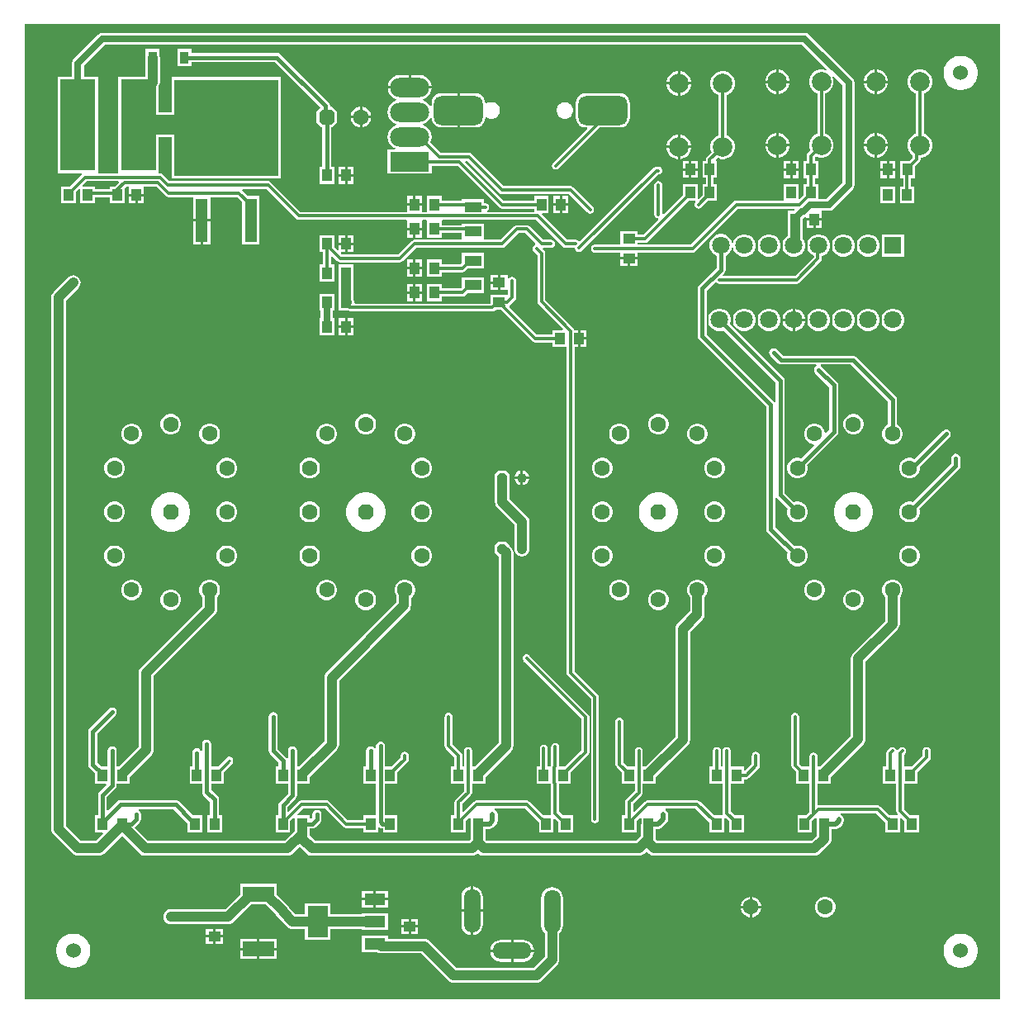
<source format=gbl>
G04*
G04 #@! TF.GenerationSoftware,Altium Limited,Altium Designer,23.1.1 (15)*
G04*
G04 Layer_Physical_Order=2*
G04 Layer_Color=16711680*
%FSLAX44Y44*%
%MOMM*%
G71*
G04*
G04 #@! TF.SameCoordinates,57464860-8124-4CEE-8048-BAEBFFAEA9BF*
G04*
G04*
G04 #@! TF.FilePolarity,Positive*
G04*
G01*
G75*
%ADD33C,0.3000*%
%ADD34C,0.2600*%
%ADD35C,1.0000*%
%ADD36C,0.5000*%
%ADD37C,0.4000*%
%ADD38C,1.0000*%
G04:AMPARAMS|DCode=39|XSize=1mm|YSize=1mm|CornerRadius=0mm|HoleSize=0mm|Usage=FLASHONLY|Rotation=0.000|XOffset=0mm|YOffset=0mm|HoleType=Round|Shape=Octagon|*
%AMOCTAGOND39*
4,1,8,0.5000,-0.2500,0.5000,0.2500,0.2500,0.5000,-0.2500,0.5000,-0.5000,0.2500,-0.5000,-0.2500,-0.2500,-0.5000,0.2500,-0.5000,0.5000,-0.2500,0.0*
%
%ADD39OCTAGOND39*%

%ADD40C,1.6000*%
G04:AMPARAMS|DCode=41|XSize=1.524mm|YSize=1.524mm|CornerRadius=0mm|HoleSize=0mm|Usage=FLASHONLY|Rotation=0.000|XOffset=0mm|YOffset=0mm|HoleType=Round|Shape=Octagon|*
%AMOCTAGOND41*
4,1,8,0.7620,-0.3810,0.7620,0.3810,0.3810,0.7620,-0.3810,0.7620,-0.7620,0.3810,-0.7620,-0.3810,-0.3810,-0.7620,0.3810,-0.7620,0.7620,-0.3810,0.0*
%
%ADD41OCTAGOND41*%

%ADD42C,1.5240*%
%ADD43O,1.7000X4.5000*%
%ADD44O,4.0000X1.7000*%
%ADD45R,1.8000X1.8000*%
%ADD46C,1.8000*%
%ADD47C,2.0000*%
G04:AMPARAMS|DCode=48|XSize=1.6mm|YSize=1.6mm|CornerRadius=0mm|HoleSize=0mm|Usage=FLASHONLY|Rotation=0.000|XOffset=0mm|YOffset=0mm|HoleType=Round|Shape=Octagon|*
%AMOCTAGOND48*
4,1,8,0.8000,-0.4000,0.8000,0.4000,0.4000,0.8000,-0.4000,0.8000,-0.8000,0.4000,-0.8000,-0.4000,-0.4000,-0.8000,0.4000,-0.8000,0.8000,-0.4000,0.0*
%
%ADD48OCTAGOND48*%

%ADD49C,0.2500*%
%ADD50C,0.3000*%
%ADD51R,4.0000X2.0000*%
%ADD52O,4.0000X2.0000*%
%ADD53R,1.2500X1.0000*%
%ADD54R,1.0000X1.2500*%
G04:AMPARAMS|DCode=55|XSize=3mm|YSize=5mm|CornerRadius=0.75mm|HoleSize=0mm|Usage=FLASHONLY|Rotation=270.000|XOffset=0mm|YOffset=0mm|HoleType=Round|Shape=RoundedRectangle|*
%AMROUNDEDRECTD55*
21,1,3.0000,3.5000,0,0,270.0*
21,1,1.5000,5.0000,0,0,270.0*
1,1,1.5000,-1.7500,-0.7500*
1,1,1.5000,-1.7500,0.7500*
1,1,1.5000,1.7500,0.7500*
1,1,1.5000,1.7500,-0.7500*
%
%ADD55ROUNDEDRECTD55*%
%ADD56R,3.2000X1.6000*%
%ADD57R,2.1500X1.2000*%
%ADD58R,2.1500X3.2000*%
%ADD59R,1.8000X1.1000*%
%ADD60R,3.6000X9.4000*%
%ADD61R,1.3000X4.5000*%
%ADD62R,0.9100X1.2200*%
%ADD63R,10.7000X9.9000*%
%ADD64C,0.7000*%
%ADD65C,2.0000*%
G36*
X1000000D02*
X0D01*
Y1000000D01*
X1000000D01*
Y0D01*
D02*
G37*
%LPC*%
G36*
X80000Y991158D02*
X77643Y990690D01*
X75645Y989355D01*
X50645Y964355D01*
X49310Y962357D01*
X48842Y960000D01*
Y946540D01*
X34460D01*
Y847460D01*
X58791D01*
X59177Y846190D01*
X58990Y846065D01*
X46715Y833790D01*
X37460D01*
Y816210D01*
X52540D01*
Y827965D01*
X56287Y831711D01*
X57460Y831225D01*
Y816210D01*
X72540D01*
Y822881D01*
X87460D01*
Y816210D01*
X102540D01*
Y831965D01*
X104379Y833804D01*
X106196D01*
X107460Y833790D01*
X107460Y832534D01*
Y826270D01*
X115000D01*
X122540D01*
X122540Y833790D01*
X123804Y833804D01*
X135371D01*
X145087Y824087D01*
X146424Y823194D01*
X148000Y822881D01*
X172960D01*
Y800270D01*
X191040D01*
Y822881D01*
X218294D01*
X222960Y818215D01*
Y773960D01*
X241040D01*
Y824040D01*
X228785D01*
X223214Y829611D01*
X223615Y830802D01*
X223677Y830881D01*
X248294D01*
X278586Y800589D01*
X279922Y799696D01*
X281498Y799382D01*
X391435D01*
X392460Y798790D01*
X392460Y798112D01*
Y791270D01*
X400000D01*
X407540D01*
Y798112D01*
X407540Y798790D01*
X408565Y799382D01*
X411435D01*
X412460Y798790D01*
X412460Y798112D01*
Y781210D01*
X427540D01*
Y785881D01*
X448462D01*
X448462Y779462D01*
X447333Y779119D01*
X400000D01*
X398424Y778806D01*
X397087Y777913D01*
X383294Y764119D01*
X325456D01*
X324539Y765037D01*
X325025Y766210D01*
X328730D01*
Y773730D01*
X322460D01*
Y768775D01*
X321287Y768289D01*
X317540Y772035D01*
Y783790D01*
X302460D01*
Y766210D01*
X305881D01*
Y753790D01*
X302460D01*
Y736210D01*
X317540D01*
Y753790D01*
X314119D01*
Y762146D01*
X315292Y762632D01*
X320837Y757087D01*
X322174Y756194D01*
X323750Y755881D01*
X385000D01*
X386576Y756194D01*
X387913Y757087D01*
X401706Y770881D01*
X490000D01*
X491576Y771194D01*
X492913Y772087D01*
X506706Y785881D01*
X513294D01*
X523961Y775213D01*
X523884Y774479D01*
X523548Y773830D01*
X523424Y773806D01*
X523086Y773580D01*
X522711Y773425D01*
X522425Y773138D01*
X522087Y772913D01*
X521862Y772575D01*
X521575Y772289D01*
X521420Y771914D01*
X521194Y771576D01*
X521115Y771179D01*
X520960Y770804D01*
Y770398D01*
X520881Y770000D01*
X520960Y769602D01*
Y769196D01*
X521115Y768822D01*
X521194Y768424D01*
X521420Y768086D01*
X521575Y767711D01*
X521862Y767425D01*
X522087Y767087D01*
X525881Y763294D01*
Y715675D01*
X526194Y714098D01*
X527087Y712762D01*
X552097Y687752D01*
X551611Y686579D01*
X541128D01*
Y681908D01*
X525606D01*
X497338Y710176D01*
X497499Y711811D01*
X497913Y712087D01*
X502913Y717087D01*
X503806Y718424D01*
X504119Y720000D01*
Y736960D01*
X504040Y737358D01*
Y737764D01*
X503885Y738139D01*
X503806Y738536D01*
X503580Y738874D01*
X503425Y739249D01*
X503138Y739535D01*
X502913Y739873D01*
X502575Y740098D01*
X502289Y740385D01*
X501914Y740540D01*
X501576Y740766D01*
X501178Y740845D01*
X500804Y741000D01*
X500398D01*
X500000Y741079D01*
X499602Y741000D01*
X499196D01*
X498821Y740845D01*
X498424Y740766D01*
X498086Y740540D01*
X497711Y740385D01*
X497425Y740098D01*
X497087Y739873D01*
X496862Y739535D01*
X496748Y739422D01*
X495929Y739580D01*
X495478Y739811D01*
Y742540D01*
X487958D01*
Y735000D01*
Y727460D01*
X494611D01*
X495478Y727460D01*
X495881Y726357D01*
Y723643D01*
X495478Y722540D01*
X477898D01*
Y713604D01*
X338884D01*
X338047Y714559D01*
X338105Y715000D01*
X337846Y716968D01*
X337605Y717550D01*
Y745000D01*
X337540Y745494D01*
Y753790D01*
X322460D01*
Y745494D01*
X322395Y745000D01*
Y715500D01*
X322460Y715006D01*
Y706210D01*
X332886D01*
X333681Y705679D01*
X335257Y705365D01*
X479923D01*
X481499Y705679D01*
X482836Y706572D01*
X483724Y707460D01*
X488444D01*
X488526Y707337D01*
X520987Y674876D01*
X522323Y673983D01*
X523900Y673670D01*
X541128D01*
Y668999D01*
X555881D01*
Y335000D01*
X556194Y333424D01*
X557087Y332087D01*
X580881Y308294D01*
Y185000D01*
X580960Y184602D01*
Y184196D01*
X581115Y183822D01*
X581194Y183424D01*
X581420Y183086D01*
X581575Y182712D01*
X581862Y182425D01*
X582087Y182087D01*
X582425Y181862D01*
X582711Y181575D01*
X583086Y181420D01*
X583424Y181194D01*
X583821Y181115D01*
X584196Y180960D01*
X584602D01*
X585000Y180881D01*
X585398Y180960D01*
X585804D01*
X586179Y181115D01*
X586576Y181194D01*
X586914Y181420D01*
X587289Y181575D01*
X587575Y181862D01*
X587913Y182087D01*
X588138Y182425D01*
X588425Y182712D01*
X588580Y183086D01*
X588806Y183424D01*
X588885Y183822D01*
X589040Y184196D01*
Y184602D01*
X589119Y185000D01*
Y310000D01*
X588806Y311576D01*
X587913Y312913D01*
X564119Y336706D01*
Y668999D01*
X567398D01*
Y677789D01*
Y686579D01*
X563939D01*
X563806Y687251D01*
X562913Y688587D01*
X534119Y717381D01*
Y765000D01*
X533806Y766576D01*
X532913Y767913D01*
X531214Y769611D01*
X531740Y770881D01*
X540000D01*
X540398Y770960D01*
X540804D01*
X541179Y771115D01*
X541576Y771194D01*
X541914Y771420D01*
X542289Y771575D01*
X542575Y771862D01*
X542913Y772087D01*
X543138Y772425D01*
X543425Y772711D01*
X543580Y773086D01*
X543806Y773424D01*
X543885Y773821D01*
X544040Y774196D01*
Y774602D01*
X544119Y775000D01*
X544040Y775398D01*
Y775804D01*
X543885Y776179D01*
X543806Y776576D01*
X543580Y776914D01*
X543425Y777289D01*
X543138Y777575D01*
X542913Y777913D01*
X542575Y778138D01*
X542289Y778425D01*
X541914Y778580D01*
X541576Y778806D01*
X541179Y778885D01*
X540804Y779040D01*
X540398D01*
X540000Y779119D01*
X531706D01*
X517913Y792913D01*
X516576Y793806D01*
X515000Y794119D01*
X505000D01*
X503424Y793806D01*
X502087Y792913D01*
X488294Y779119D01*
X472670D01*
X471542Y779462D01*
X471542Y780389D01*
Y795542D01*
X448462D01*
Y794119D01*
X427540D01*
X427540Y798790D01*
X428565Y799382D01*
X524792D01*
X552087Y772087D01*
X553424Y771194D01*
X555000Y770881D01*
X563205D01*
X564420Y770478D01*
X564499Y770080D01*
Y769674D01*
X564654Y769299D01*
X564733Y768901D01*
X564958Y768564D01*
X565114Y768189D01*
X565401Y767902D01*
X565626Y767565D01*
X565963Y767339D01*
X566250Y767053D01*
X566625Y766897D01*
X566962Y766672D01*
X567360Y766593D01*
X567735Y766438D01*
X568141D01*
X568539Y766358D01*
X568937Y766438D01*
X569342D01*
X569717Y766593D01*
X570115Y766672D01*
X570452Y766897D01*
X570827Y767053D01*
X571114Y767339D01*
X571451Y767565D01*
X649767Y845881D01*
X649858D01*
X650256Y845960D01*
X650661D01*
X651036Y846115D01*
X651434Y846194D01*
X651772Y846420D01*
X652146Y846575D01*
X652433Y846862D01*
X652771Y847087D01*
X652996Y847425D01*
X653283Y847711D01*
X653438Y848086D01*
X653663Y848424D01*
X653743Y848821D01*
X653898Y849196D01*
Y849602D01*
X653977Y850000D01*
X653898Y850398D01*
Y850804D01*
X653743Y851179D01*
X653663Y851576D01*
X653438Y851914D01*
X653283Y852289D01*
X652996Y852575D01*
X652771Y852913D01*
X652433Y853138D01*
X652146Y853425D01*
X651772Y853580D01*
X651434Y853806D01*
X651036Y853885D01*
X650661Y854040D01*
X650256D01*
X649858Y854119D01*
X648061D01*
X646485Y853806D01*
X645148Y852913D01*
X569724Y777488D01*
X569712Y777482D01*
X568471Y777295D01*
X568089Y777649D01*
X567913Y777913D01*
X567575Y778138D01*
X567289Y778425D01*
X566914Y778580D01*
X566576Y778806D01*
X566178Y778885D01*
X565804Y779040D01*
X565398D01*
X565000Y779119D01*
X556706D01*
X530789Y805037D01*
X531275Y806210D01*
X537540D01*
Y823790D01*
X522460D01*
Y819119D01*
X491706D01*
X451918Y858907D01*
X452404Y860081D01*
X454094D01*
X487087Y827087D01*
X488424Y826194D01*
X490000Y825881D01*
X558294D01*
X577087Y807087D01*
X577425Y806862D01*
X577711Y806575D01*
X578086Y806420D01*
X578424Y806194D01*
X578821Y806115D01*
X579196Y805960D01*
X579602D01*
X580000Y805881D01*
X580398Y805960D01*
X580804D01*
X581179Y806115D01*
X581576Y806194D01*
X581914Y806420D01*
X582289Y806575D01*
X582575Y806862D01*
X582913Y807087D01*
X583138Y807425D01*
X583425Y807711D01*
X583580Y808086D01*
X583806Y808424D01*
X583885Y808821D01*
X584040Y809196D01*
Y809602D01*
X584119Y810000D01*
X584040Y810398D01*
Y810804D01*
X583885Y811179D01*
X583806Y811576D01*
X583580Y811914D01*
X583425Y812289D01*
X583138Y812575D01*
X582913Y812913D01*
X562913Y832913D01*
X561576Y833806D01*
X560000Y834119D01*
X491706D01*
X458713Y867113D01*
X457376Y868006D01*
X455800Y868319D01*
X427506D01*
X416421Y879404D01*
X417217Y881326D01*
X417648Y884600D01*
X417217Y887874D01*
X415954Y890924D01*
X413944Y893544D01*
X411324Y895554D01*
X408767Y896613D01*
Y897987D01*
X411324Y899046D01*
X413944Y901056D01*
X415954Y903676D01*
X416174Y904208D01*
X416750Y904227D01*
X417460Y903995D01*
X417772Y901629D01*
X418783Y899187D01*
X420393Y897089D01*
X422490Y895480D01*
X424932Y894468D01*
X427553Y894123D01*
X443783D01*
Y911750D01*
Y929377D01*
X427553D01*
X424932Y929032D01*
X422490Y928020D01*
X420393Y926411D01*
X418783Y924313D01*
X417772Y921871D01*
X417427Y919250D01*
Y916086D01*
X416157Y915834D01*
X415954Y916324D01*
X413944Y918944D01*
X411324Y920954D01*
X408767Y922013D01*
Y923387D01*
X411324Y924446D01*
X413944Y926456D01*
X415954Y929076D01*
X417217Y932126D01*
X417481Y934130D01*
X395000D01*
X372519D01*
X372783Y932126D01*
X374046Y929076D01*
X376056Y926456D01*
X378676Y924446D01*
X381233Y923387D01*
Y922013D01*
X378676Y920954D01*
X376056Y918944D01*
X374046Y916324D01*
X372783Y913274D01*
X372352Y910000D01*
X372783Y906726D01*
X374046Y903676D01*
X376056Y901056D01*
X378676Y899046D01*
X381233Y897987D01*
Y896613D01*
X378676Y895554D01*
X376056Y893544D01*
X374046Y890924D01*
X372783Y887874D01*
X372352Y884600D01*
X372783Y881326D01*
X374046Y878276D01*
X376056Y875656D01*
X378676Y873646D01*
X380212Y873010D01*
X379959Y871740D01*
X372460D01*
Y846660D01*
X417540D01*
Y855081D01*
X444094D01*
X487087Y812087D01*
X488424Y811194D01*
X490000Y810881D01*
X522460D01*
Y807621D01*
X474683D01*
X474366Y808891D01*
X474412Y808921D01*
X474787Y809077D01*
X475074Y809363D01*
X475411Y809589D01*
X475636Y809926D01*
X475923Y810213D01*
X476079Y810588D01*
X476304Y810925D01*
X476383Y811323D01*
X476538Y811698D01*
Y812104D01*
X476618Y812502D01*
X476538Y812899D01*
Y813305D01*
X476383Y813680D01*
X476304Y814078D01*
X476079Y814415D01*
X475923Y814790D01*
X475636Y815077D01*
X475411Y815414D01*
X475074Y815640D01*
X474787Y815927D01*
X474412Y816082D01*
X474075Y816307D01*
X473677Y816386D01*
X473302Y816542D01*
X472896D01*
X472498Y816621D01*
X471542D01*
Y820542D01*
X448462D01*
Y819119D01*
X427540D01*
Y823790D01*
X412460D01*
Y807621D01*
X407540D01*
Y813730D01*
X400000D01*
X392460D01*
Y807621D01*
X283205D01*
X252913Y837913D01*
X251576Y838806D01*
X250000Y839119D01*
X148777D01*
X141832Y846065D01*
X140495Y846958D01*
X138919Y847271D01*
X138732D01*
X137540Y847460D01*
X137540Y848541D01*
Y884352D01*
X150960D01*
Y841960D01*
X263040D01*
Y946040D01*
X150960D01*
Y909648D01*
X137540D01*
Y936061D01*
X137836Y936448D01*
X138596Y938282D01*
X138855Y940250D01*
Y966000D01*
X138596Y967968D01*
X138340Y968586D01*
Y974640D01*
X124160D01*
Y968586D01*
X123904Y967968D01*
X123645Y966000D01*
Y946540D01*
X96460D01*
Y848541D01*
X96460Y847460D01*
X95268Y847271D01*
X76732D01*
X75540Y847460D01*
X75540Y848541D01*
Y946540D01*
X61158D01*
Y957449D01*
X82551Y978842D01*
X797449D01*
X822511Y953780D01*
X821867Y952685D01*
X818677Y953540D01*
X815376D01*
X812186Y952685D01*
X809327Y951034D01*
X806992Y948700D01*
X805341Y945840D01*
X804486Y942651D01*
Y939349D01*
X805341Y936160D01*
X806992Y933300D01*
X809327Y930965D01*
X812186Y929315D01*
X812907Y929121D01*
Y887879D01*
X812186Y887685D01*
X809327Y886034D01*
X806992Y883700D01*
X805341Y880840D01*
X804486Y877651D01*
Y874349D01*
X805341Y871160D01*
X805714Y870513D01*
X803337Y868136D01*
X802444Y866800D01*
X802131Y865224D01*
Y859818D01*
X798710D01*
Y842238D01*
X802131D01*
Y836435D01*
X798710D01*
Y824680D01*
X794963Y820934D01*
X793790Y821420D01*
Y836435D01*
X778710D01*
Y819119D01*
X730000D01*
X728424Y818806D01*
X727087Y817913D01*
X683294Y774119D01*
X628790D01*
Y775881D01*
X636281D01*
X637858Y776194D01*
X639194Y777087D01*
X680962Y818855D01*
X687667D01*
X688150Y817585D01*
X688143Y817575D01*
X687856Y817289D01*
X687701Y816914D01*
X687476Y816576D01*
X687397Y816179D01*
X687241Y815804D01*
Y815398D01*
X687162Y815000D01*
X687241Y814602D01*
Y814196D01*
X687397Y813821D01*
X687476Y813424D01*
X687701Y813086D01*
X687856Y812711D01*
X688143Y812425D01*
X688369Y812087D01*
X688706Y811862D01*
X688993Y811575D01*
X689368Y811420D01*
X689705Y811194D01*
X690103Y811115D01*
X690478Y810960D01*
X690883D01*
X691281Y810881D01*
X691679Y810960D01*
X692085D01*
X692460Y811115D01*
X692858Y811194D01*
X693195Y811420D01*
X693570Y811575D01*
X693857Y811862D01*
X694194Y812087D01*
X700962Y818855D01*
X710216D01*
Y836435D01*
X706796D01*
Y842460D01*
X710216D01*
Y860040D01*
X709155D01*
X708669Y861213D01*
X710560Y863104D01*
X711207Y862731D01*
X714396Y861876D01*
X717698D01*
X720887Y862731D01*
X723746Y864382D01*
X726081Y866716D01*
X727732Y869576D01*
X728587Y872765D01*
Y876067D01*
X727732Y879256D01*
X726081Y882116D01*
X723746Y884451D01*
X720887Y886102D01*
X720166Y886295D01*
Y927537D01*
X720887Y927731D01*
X723746Y929382D01*
X726081Y931716D01*
X727732Y934576D01*
X728587Y937765D01*
Y941067D01*
X727732Y944256D01*
X726081Y947116D01*
X723746Y949451D01*
X720887Y951102D01*
X717698Y951956D01*
X714396D01*
X711207Y951102D01*
X708347Y949451D01*
X706012Y947116D01*
X704361Y944256D01*
X703507Y941067D01*
Y937765D01*
X704361Y934576D01*
X706012Y931716D01*
X708347Y929382D01*
X711207Y927731D01*
X711928Y927537D01*
Y886295D01*
X711207Y886102D01*
X708347Y884451D01*
X706012Y882116D01*
X704361Y879256D01*
X703507Y876067D01*
Y872765D01*
X704361Y869576D01*
X704735Y868929D01*
X699764Y863958D01*
X698871Y862622D01*
X698557Y861046D01*
Y860040D01*
X695136D01*
Y842460D01*
X698557D01*
Y836435D01*
X695136D01*
Y824680D01*
X691390Y820934D01*
X690216Y821420D01*
Y836435D01*
X675136D01*
Y824680D01*
X655342Y804886D01*
X654119Y805459D01*
Y835000D01*
X654040Y835398D01*
Y835804D01*
X653885Y836179D01*
X653806Y836576D01*
X653580Y836914D01*
X653425Y837289D01*
X653138Y837575D01*
X652913Y837913D01*
X652575Y838138D01*
X652289Y838425D01*
X651914Y838580D01*
X651576Y838806D01*
X651179Y838885D01*
X650804Y839040D01*
X650398D01*
X650000Y839119D01*
X649602Y839040D01*
X649196D01*
X648821Y838885D01*
X648424Y838806D01*
X648086Y838580D01*
X647711Y838425D01*
X647425Y838138D01*
X647087Y837913D01*
X646862Y837575D01*
X646575Y837289D01*
X646420Y836914D01*
X646194Y836576D01*
X646115Y836179D01*
X645960Y835804D01*
Y835398D01*
X645881Y835000D01*
Y805000D01*
X645960Y804602D01*
Y804196D01*
X646115Y803821D01*
X646194Y803424D01*
X646420Y803086D01*
X646575Y802711D01*
X646862Y802425D01*
X647087Y802087D01*
X647425Y801862D01*
X647711Y801575D01*
X648086Y801420D01*
X648424Y801194D01*
X648821Y801115D01*
X649196Y800960D01*
X649602D01*
X649617Y800957D01*
X650094Y799899D01*
X650117Y799661D01*
X634575Y784119D01*
X628790D01*
Y787540D01*
X611210D01*
Y774119D01*
X585000D01*
X584602Y774040D01*
X584196D01*
X583821Y773885D01*
X583424Y773806D01*
X583086Y773580D01*
X582711Y773425D01*
X582425Y773138D01*
X582087Y772913D01*
X581862Y772575D01*
X581575Y772288D01*
X581420Y771914D01*
X581194Y771576D01*
X581115Y771178D01*
X580960Y770804D01*
Y770398D01*
X580881Y770000D01*
X580960Y769602D01*
Y769196D01*
X581115Y768821D01*
X581194Y768424D01*
X581420Y768086D01*
X581575Y767711D01*
X581862Y767425D01*
X582087Y767087D01*
X582425Y766862D01*
X582711Y766575D01*
X583086Y766420D01*
X583424Y766194D01*
X583821Y766115D01*
X584196Y765960D01*
X584602D01*
X585000Y765881D01*
X611210D01*
Y761270D01*
X628790D01*
Y765881D01*
X685000D01*
X686576Y766194D01*
X687913Y767087D01*
X731706Y810881D01*
X789262D01*
X789748Y809707D01*
X788831Y808790D01*
X782460D01*
Y800494D01*
X782395Y800000D01*
Y782727D01*
X781714Y782334D01*
X779566Y780186D01*
X778046Y777554D01*
X777260Y774619D01*
Y771581D01*
X778046Y768646D01*
X779566Y766014D01*
X781714Y763866D01*
X784346Y762346D01*
X787281Y761560D01*
X790319D01*
X793254Y762346D01*
X795886Y763866D01*
X798034Y766014D01*
X799554Y768646D01*
X800340Y771581D01*
Y774619D01*
X799554Y777554D01*
X798034Y780186D01*
X797605Y780615D01*
Y800000D01*
X797588Y800129D01*
X799383Y801923D01*
X801190Y802283D01*
X801575Y802193D01*
X802460Y801719D01*
Y801270D01*
X810000D01*
X817540D01*
Y808790D01*
X818789Y808842D01*
X825000D01*
X827357Y809310D01*
X829355Y810645D01*
X849355Y830645D01*
X850690Y832643D01*
X851158Y835000D01*
Y940000D01*
X851158Y940000D01*
X850690Y942357D01*
X849355Y944355D01*
X804355Y989355D01*
X802357Y990690D01*
X800000Y991158D01*
X80000D01*
X80000Y991158D01*
D02*
G37*
G36*
X874651Y953540D02*
X874270D01*
Y942270D01*
X885540D01*
Y942651D01*
X884685Y945840D01*
X883035Y948700D01*
X880700Y951034D01*
X877840Y952685D01*
X874651Y953540D01*
D02*
G37*
G36*
X773677D02*
X773296D01*
Y942270D01*
X784566D01*
Y942651D01*
X783712Y945840D01*
X782061Y948700D01*
X779726Y951034D01*
X776867Y952685D01*
X773677Y953540D01*
D02*
G37*
G36*
X770756D02*
X770375D01*
X767186Y952685D01*
X764327Y951034D01*
X761992Y948700D01*
X760341Y945840D01*
X759486Y942651D01*
Y942270D01*
X770756D01*
Y953540D01*
D02*
G37*
G36*
X871730D02*
X871349D01*
X868160Y952685D01*
X865300Y951034D01*
X862965Y948700D01*
X861315Y945840D01*
X860460Y942651D01*
Y942270D01*
X871730D01*
Y953540D01*
D02*
G37*
G36*
X672698Y951956D02*
X672317D01*
Y940686D01*
X683587D01*
Y941067D01*
X682732Y944256D01*
X681081Y947116D01*
X678746Y949451D01*
X675887Y951102D01*
X672698Y951956D01*
D02*
G37*
G36*
X669777D02*
X669396D01*
X666207Y951102D01*
X663347Y949451D01*
X661012Y947116D01*
X659361Y944256D01*
X658507Y941067D01*
Y940686D01*
X669777D01*
Y951956D01*
D02*
G37*
G36*
X405000Y948048D02*
X396270D01*
Y936670D01*
X417481D01*
X417217Y938674D01*
X415954Y941724D01*
X413944Y944344D01*
X411324Y946354D01*
X408274Y947617D01*
X405000Y948048D01*
D02*
G37*
G36*
X393730D02*
X385000D01*
X381726Y947617D01*
X378676Y946354D01*
X376056Y944344D01*
X374046Y941724D01*
X372783Y938674D01*
X372519Y936670D01*
X393730D01*
Y948048D01*
D02*
G37*
G36*
X961728Y967540D02*
X958272D01*
X954884Y966866D01*
X951692Y965544D01*
X948819Y963624D01*
X946376Y961181D01*
X944456Y958308D01*
X943134Y955116D01*
X942460Y951728D01*
Y948272D01*
X943134Y944884D01*
X944456Y941692D01*
X946376Y938819D01*
X948819Y936376D01*
X951692Y934456D01*
X954884Y933134D01*
X958272Y932460D01*
X961728D01*
X965116Y933134D01*
X968308Y934456D01*
X971181Y936376D01*
X973624Y938819D01*
X975544Y941692D01*
X976866Y944884D01*
X977540Y948272D01*
Y951728D01*
X976866Y955116D01*
X975544Y958308D01*
X973624Y961181D01*
X971181Y963624D01*
X968308Y965544D01*
X965116Y966866D01*
X961728Y967540D01*
D02*
G37*
G36*
X885540Y939730D02*
X874270D01*
Y928460D01*
X874651D01*
X877840Y929315D01*
X880700Y930965D01*
X883035Y933300D01*
X884685Y936160D01*
X885540Y939349D01*
Y939730D01*
D02*
G37*
G36*
X871730D02*
X860460D01*
Y939349D01*
X861315Y936160D01*
X862965Y933300D01*
X865300Y930965D01*
X868160Y929315D01*
X871349Y928460D01*
X871730D01*
Y939730D01*
D02*
G37*
G36*
X784566D02*
X773296D01*
Y928460D01*
X773677D01*
X776867Y929315D01*
X779726Y930965D01*
X782061Y933300D01*
X783712Y936160D01*
X784566Y939349D01*
Y939730D01*
D02*
G37*
G36*
X770756D02*
X759486D01*
Y939349D01*
X760341Y936160D01*
X761992Y933300D01*
X764327Y930965D01*
X767186Y929315D01*
X770375Y928460D01*
X770756D01*
Y939730D01*
D02*
G37*
G36*
X683587Y938146D02*
X672317D01*
Y926876D01*
X672698D01*
X675887Y927731D01*
X678746Y929382D01*
X681081Y931716D01*
X682732Y934576D01*
X683587Y937765D01*
Y938146D01*
D02*
G37*
G36*
X669777D02*
X658507D01*
Y937765D01*
X659361Y934576D01*
X661012Y931716D01*
X663347Y929382D01*
X666207Y927731D01*
X669396Y926876D01*
X669777D01*
Y938146D01*
D02*
G37*
G36*
X346388Y915540D02*
X346270D01*
Y906270D01*
X355540D01*
Y906388D01*
X354822Y909068D01*
X353434Y911472D01*
X351472Y913434D01*
X349068Y914822D01*
X346388Y915540D01*
D02*
G37*
G36*
X343730D02*
X343612D01*
X340932Y914822D01*
X338528Y913434D01*
X336566Y911472D01*
X335178Y909068D01*
X334460Y906388D01*
Y906270D01*
X343730D01*
Y915540D01*
D02*
G37*
G36*
X555178Y920290D02*
X552929D01*
X550757Y919708D01*
X548810Y918584D01*
X547220Y916994D01*
X546095Y915046D01*
X545513Y912874D01*
Y910626D01*
X546095Y908454D01*
X547220Y906506D01*
X548810Y904916D01*
X550757Y903792D01*
X552929Y903210D01*
X555178D01*
X557350Y903792D01*
X559297Y904916D01*
X560887Y906506D01*
X562011Y908454D01*
X562593Y910626D01*
Y912874D01*
X562011Y915046D01*
X560887Y916994D01*
X559297Y918584D01*
X557350Y919708D01*
X555178Y920290D01*
D02*
G37*
G36*
X462553Y929377D02*
X446324D01*
Y911750D01*
Y894123D01*
X462553D01*
X465174Y894468D01*
X467617Y895480D01*
X469714Y897089D01*
X471323Y899187D01*
X472335Y901629D01*
X472680Y904250D01*
Y904448D01*
X472787Y904492D01*
X473950Y904835D01*
X475757Y903792D01*
X477929Y903210D01*
X480178D01*
X482350Y903792D01*
X484297Y904916D01*
X485887Y906506D01*
X487011Y908454D01*
X487593Y910626D01*
Y912874D01*
X487011Y915046D01*
X485887Y916994D01*
X484297Y918584D01*
X482350Y919708D01*
X480178Y920290D01*
X477929D01*
X475757Y919708D01*
X473950Y918665D01*
X472787Y919007D01*
X472680Y919052D01*
Y919250D01*
X472335Y921871D01*
X471323Y924313D01*
X469714Y926411D01*
X467617Y928020D01*
X465174Y929032D01*
X462553Y929377D01*
D02*
G37*
G36*
X355540Y903730D02*
X346270D01*
Y894460D01*
X346388D01*
X349068Y895178D01*
X351472Y896566D01*
X353434Y898528D01*
X354822Y900932D01*
X355540Y903612D01*
Y903730D01*
D02*
G37*
G36*
X343730D02*
X334460D01*
Y903612D01*
X335178Y900932D01*
X336566Y898528D01*
X338528Y896566D01*
X340932Y895178D01*
X343612Y894460D01*
X343730D01*
Y903730D01*
D02*
G37*
G36*
X874651Y888540D02*
X874270D01*
Y877270D01*
X885540D01*
Y877651D01*
X884685Y880840D01*
X883035Y883700D01*
X880700Y886034D01*
X877840Y887685D01*
X874651Y888540D01*
D02*
G37*
G36*
X773677D02*
X773296D01*
Y877270D01*
X784566D01*
Y877651D01*
X783712Y880840D01*
X782061Y883700D01*
X779726Y886034D01*
X776867Y887685D01*
X773677Y888540D01*
D02*
G37*
G36*
X871730D02*
X871349D01*
X868160Y887685D01*
X865300Y886034D01*
X862965Y883700D01*
X861315Y880840D01*
X860460Y877651D01*
Y877270D01*
X871730D01*
Y888540D01*
D02*
G37*
G36*
X770756D02*
X770375D01*
X767186Y887685D01*
X764327Y886034D01*
X761992Y883700D01*
X760341Y880840D01*
X759486Y877651D01*
Y877270D01*
X770756D01*
Y888540D01*
D02*
G37*
G36*
X672698Y886956D02*
X672317D01*
Y875686D01*
X683587D01*
Y876067D01*
X682732Y879256D01*
X681081Y882116D01*
X678746Y884451D01*
X675887Y886102D01*
X672698Y886956D01*
D02*
G37*
G36*
X669777D02*
X669396D01*
X666207Y886102D01*
X663347Y884451D01*
X661012Y882116D01*
X659361Y879256D01*
X658507Y876067D01*
Y875686D01*
X669777D01*
Y886956D01*
D02*
G37*
G36*
X885540Y874730D02*
X874270D01*
Y863460D01*
X874651D01*
X877840Y864315D01*
X880700Y865965D01*
X883035Y868300D01*
X884685Y871160D01*
X885540Y874349D01*
Y874730D01*
D02*
G37*
G36*
X871730D02*
X860460D01*
Y874349D01*
X861315Y871160D01*
X862965Y868300D01*
X865300Y865965D01*
X868160Y864315D01*
X871349Y863460D01*
X871730D01*
Y874730D01*
D02*
G37*
G36*
X784566D02*
X773296D01*
Y863460D01*
X773677D01*
X776867Y864315D01*
X779726Y865965D01*
X782061Y868300D01*
X783712Y871160D01*
X784566Y874349D01*
Y874730D01*
D02*
G37*
G36*
X770756D02*
X759486D01*
Y874349D01*
X760341Y871160D01*
X761992Y868300D01*
X764327Y865965D01*
X767186Y864315D01*
X770375Y863460D01*
X770756D01*
Y874730D01*
D02*
G37*
G36*
X683587Y873146D02*
X672317D01*
Y861876D01*
X672698D01*
X675887Y862731D01*
X678746Y864382D01*
X681081Y866716D01*
X682732Y869576D01*
X683587Y872765D01*
Y873146D01*
D02*
G37*
G36*
X669777D02*
X658507D01*
Y872765D01*
X659361Y869576D01*
X661012Y866716D01*
X663347Y864382D01*
X666207Y862731D01*
X669396Y861876D01*
X669777D01*
Y873146D01*
D02*
G37*
G36*
X690216Y860040D02*
X683946D01*
Y852520D01*
X690216D01*
Y860040D01*
D02*
G37*
G36*
X681406D02*
X675136D01*
Y852520D01*
X681406D01*
Y860040D01*
D02*
G37*
G36*
X893040Y859818D02*
X886770D01*
Y852298D01*
X893040D01*
Y859818D01*
D02*
G37*
G36*
X884230D02*
X877960D01*
Y852298D01*
X884230D01*
Y859818D01*
D02*
G37*
G36*
X793790Y859818D02*
X787520D01*
Y852298D01*
X793790D01*
Y859818D01*
D02*
G37*
G36*
X784980D02*
X778710D01*
Y852298D01*
X784980D01*
Y859818D01*
D02*
G37*
G36*
X610553Y929377D02*
X575553D01*
X572932Y929032D01*
X570490Y928020D01*
X568393Y926411D01*
X566783Y924313D01*
X565772Y921871D01*
X565427Y919250D01*
Y904250D01*
X565772Y901629D01*
X566783Y899187D01*
X568393Y897089D01*
X570490Y895480D01*
X572932Y894468D01*
X575553Y894123D01*
X576639D01*
X577125Y892950D01*
X542087Y857913D01*
X541862Y857575D01*
X541575Y857289D01*
X541420Y856914D01*
X541194Y856576D01*
X541115Y856179D01*
X540960Y855804D01*
Y855398D01*
X540881Y855000D01*
X540960Y854602D01*
Y854196D01*
X541115Y853821D01*
X541194Y853424D01*
X541420Y853086D01*
X541575Y852711D01*
X541862Y852425D01*
X542087Y852087D01*
X542425Y851862D01*
X542711Y851575D01*
X543086Y851420D01*
X543424Y851194D01*
X543821Y851115D01*
X544196Y850960D01*
X544602D01*
X545000Y850881D01*
X545398Y850960D01*
X545804D01*
X546179Y851115D01*
X546576Y851194D01*
X546914Y851420D01*
X547289Y851575D01*
X547575Y851862D01*
X547913Y852087D01*
X589949Y894123D01*
X610553D01*
X613174Y894468D01*
X615617Y895480D01*
X617714Y897089D01*
X619323Y899187D01*
X620335Y901629D01*
X620680Y904250D01*
Y919250D01*
X620335Y921871D01*
X619323Y924313D01*
X617714Y926411D01*
X615617Y928020D01*
X613174Y929032D01*
X610553Y929377D01*
D02*
G37*
G36*
X337540Y853790D02*
X331270D01*
Y846270D01*
X337540D01*
Y853790D01*
D02*
G37*
G36*
X328730D02*
X322460D01*
Y846270D01*
X328730D01*
Y853790D01*
D02*
G37*
G36*
X690216Y849980D02*
X683946D01*
Y842460D01*
X690216D01*
Y849980D01*
D02*
G37*
G36*
X681406D02*
X675136D01*
Y842460D01*
X681406D01*
Y849980D01*
D02*
G37*
G36*
X893040Y849758D02*
X886770D01*
Y842238D01*
X893040D01*
Y849758D01*
D02*
G37*
G36*
X884230D02*
X877960D01*
Y842238D01*
X884230D01*
Y849758D01*
D02*
G37*
G36*
X793790Y849758D02*
X787520D01*
Y842238D01*
X793790D01*
Y849758D01*
D02*
G37*
G36*
X784980D02*
X778710D01*
Y842238D01*
X784980D01*
Y849758D01*
D02*
G37*
G36*
X337540Y843730D02*
X331270D01*
Y836210D01*
X337540D01*
Y843730D01*
D02*
G37*
G36*
X328730D02*
X322460D01*
Y836210D01*
X328730D01*
Y843730D01*
D02*
G37*
G36*
X171090Y974640D02*
X156910D01*
Y957360D01*
X171090D01*
Y961371D01*
X257083D01*
X303822Y914632D01*
X299460Y910270D01*
Y899730D01*
X304730Y894460D01*
X305371D01*
Y853790D01*
X302460D01*
Y836210D01*
X317540D01*
Y853790D01*
X314629D01*
Y894460D01*
X315270D01*
X320540Y899730D01*
Y910270D01*
X315270Y915540D01*
X314328D01*
X313386Y916243D01*
X313034Y918014D01*
X312031Y919516D01*
X312030Y919516D01*
X262273Y969273D01*
X260771Y970277D01*
X259000Y970629D01*
X259000Y970629D01*
X171090D01*
Y974640D01*
D02*
G37*
G36*
X557540Y823790D02*
X551270D01*
Y816270D01*
X557540D01*
Y823790D01*
D02*
G37*
G36*
X407540D02*
X401270D01*
Y816270D01*
X407540D01*
Y823790D01*
D02*
G37*
G36*
X398730D02*
X392460D01*
Y816270D01*
X398730D01*
Y823790D01*
D02*
G37*
G36*
X548730D02*
X542460D01*
Y816270D01*
X548730D01*
Y823790D01*
D02*
G37*
G36*
X919651Y953540D02*
X916349D01*
X913160Y952685D01*
X910300Y951034D01*
X907965Y948700D01*
X906315Y945840D01*
X905460Y942651D01*
Y939349D01*
X906315Y936160D01*
X907965Y933300D01*
X910300Y930965D01*
X913160Y929315D01*
X913881Y929121D01*
Y887879D01*
X913160Y887685D01*
X910300Y886034D01*
X907965Y883700D01*
X906315Y880840D01*
X905460Y877651D01*
Y874349D01*
X906315Y871160D01*
X907965Y868300D01*
X910300Y865965D01*
X910628Y865776D01*
Y863232D01*
X907215Y859818D01*
X897960D01*
Y842238D01*
X900881D01*
Y833790D01*
X897460D01*
Y816210D01*
X912540D01*
Y833790D01*
X909119D01*
Y842238D01*
X913040D01*
Y853993D01*
X917660Y858613D01*
X918553Y859949D01*
X918866Y861525D01*
Y863460D01*
X919651D01*
X922840Y864315D01*
X925700Y865965D01*
X928035Y868300D01*
X929685Y871160D01*
X930540Y874349D01*
Y877651D01*
X929685Y880840D01*
X928035Y883700D01*
X925700Y886034D01*
X922840Y887685D01*
X922119Y887879D01*
Y929121D01*
X922840Y929315D01*
X925700Y930965D01*
X928035Y933300D01*
X929685Y936160D01*
X930540Y939349D01*
Y942651D01*
X929685Y945840D01*
X928035Y948700D01*
X925700Y951034D01*
X922840Y952685D01*
X919651Y953540D01*
D02*
G37*
G36*
X892540Y833790D02*
X877460D01*
Y816210D01*
X892540D01*
Y833790D01*
D02*
G37*
G36*
X122540Y823730D02*
X116270D01*
Y816210D01*
X122540D01*
Y823730D01*
D02*
G37*
G36*
X113730D02*
X107460D01*
Y816210D01*
X113730D01*
Y823730D01*
D02*
G37*
G36*
X557540Y813730D02*
X551270D01*
Y806210D01*
X557540D01*
Y813730D01*
D02*
G37*
G36*
X548730D02*
X542460D01*
Y806210D01*
X548730D01*
Y813730D01*
D02*
G37*
G36*
X817540Y798730D02*
X811270D01*
Y791210D01*
X817540D01*
Y798730D01*
D02*
G37*
G36*
X808730D02*
X802460D01*
Y791210D01*
X808730D01*
Y798730D01*
D02*
G37*
G36*
X407540Y788730D02*
X401270D01*
Y781210D01*
X407540D01*
Y788730D01*
D02*
G37*
G36*
X398730D02*
X392460D01*
Y781210D01*
X398730D01*
Y788730D01*
D02*
G37*
G36*
X337540Y783790D02*
X331270D01*
Y776270D01*
X337540D01*
Y783790D01*
D02*
G37*
G36*
X328730D02*
X322460D01*
Y776270D01*
X328730D01*
Y783790D01*
D02*
G37*
G36*
X191040Y797730D02*
X183270D01*
Y773960D01*
X191040D01*
Y797730D01*
D02*
G37*
G36*
X180730D02*
X172960D01*
Y773960D01*
X180730D01*
Y797730D01*
D02*
G37*
G36*
X337540Y773730D02*
X331270D01*
Y766210D01*
X337540D01*
Y773730D01*
D02*
G37*
G36*
X901940Y784640D02*
X878860D01*
Y761560D01*
X901940D01*
Y784640D01*
D02*
G37*
G36*
X866519D02*
X863481D01*
X860546Y783854D01*
X857914Y782334D01*
X855766Y780186D01*
X854246Y777554D01*
X853460Y774619D01*
Y771581D01*
X854246Y768646D01*
X855766Y766014D01*
X857914Y763866D01*
X860546Y762346D01*
X863481Y761560D01*
X866519D01*
X869454Y762346D01*
X872086Y763866D01*
X874234Y766014D01*
X875753Y768646D01*
X876540Y771581D01*
Y774619D01*
X875753Y777554D01*
X874234Y780186D01*
X872086Y782334D01*
X869454Y783854D01*
X866519Y784640D01*
D02*
G37*
G36*
X841119D02*
X838081D01*
X835146Y783854D01*
X832514Y782334D01*
X830366Y780186D01*
X828846Y777554D01*
X828060Y774619D01*
Y771581D01*
X828846Y768646D01*
X830366Y766014D01*
X832514Y763866D01*
X835146Y762346D01*
X838081Y761560D01*
X841119D01*
X844054Y762346D01*
X846686Y763866D01*
X848834Y766014D01*
X850353Y768646D01*
X851140Y771581D01*
Y774619D01*
X850353Y777554D01*
X848834Y780186D01*
X846686Y782334D01*
X844054Y783854D01*
X841119Y784640D01*
D02*
G37*
G36*
X764919D02*
X761881D01*
X758946Y783854D01*
X756314Y782334D01*
X754166Y780186D01*
X752646Y777554D01*
X751860Y774619D01*
Y771581D01*
X752646Y768646D01*
X754166Y766014D01*
X756314Y763866D01*
X758946Y762346D01*
X761881Y761560D01*
X764919D01*
X767854Y762346D01*
X770486Y763866D01*
X772634Y766014D01*
X774154Y768646D01*
X774940Y771581D01*
Y774619D01*
X774154Y777554D01*
X772634Y780186D01*
X770486Y782334D01*
X767854Y783854D01*
X764919Y784640D01*
D02*
G37*
G36*
X471542Y765542D02*
X448462D01*
Y755287D01*
X447294Y754119D01*
X427540D01*
Y758790D01*
X412460D01*
Y741210D01*
X423102D01*
X423500Y741131D01*
X423898Y741210D01*
X427540D01*
Y744852D01*
X427619Y745250D01*
X428789Y745881D01*
X449000D01*
X450576Y746194D01*
X451913Y747087D01*
X454287Y749462D01*
X471542D01*
Y765542D01*
D02*
G37*
G36*
X628790Y758730D02*
X621270D01*
Y752460D01*
X628790D01*
Y758730D01*
D02*
G37*
G36*
X618730D02*
X611210D01*
Y752460D01*
X618730D01*
Y758730D01*
D02*
G37*
G36*
X407540Y758790D02*
X401270D01*
Y751270D01*
X407540D01*
Y758790D01*
D02*
G37*
G36*
X398730D02*
X392460D01*
Y751270D01*
X398730D01*
Y758790D01*
D02*
G37*
G36*
X407540Y748730D02*
X401270D01*
Y741210D01*
X407540D01*
Y748730D01*
D02*
G37*
G36*
X398730D02*
X392460D01*
Y741210D01*
X398730D01*
Y748730D01*
D02*
G37*
G36*
X485418Y742540D02*
X477898D01*
Y736270D01*
X485418D01*
Y742540D01*
D02*
G37*
G36*
X715705Y784911D02*
X712666D01*
X709732Y784124D01*
X707100Y782605D01*
X704951Y780456D01*
X703432Y777825D01*
X702646Y774890D01*
Y771851D01*
X703432Y768916D01*
X704951Y766285D01*
X707100Y764136D01*
X709557Y762718D01*
Y750185D01*
X691727Y732355D01*
X690723Y730853D01*
X690371Y729082D01*
X690371Y729082D01*
Y680000D01*
X690371Y680000D01*
X690723Y678229D01*
X691727Y676727D01*
X760371Y608083D01*
Y482500D01*
X760371Y482500D01*
X760723Y480729D01*
X761727Y479227D01*
X782511Y458443D01*
X781960Y456388D01*
Y453612D01*
X782678Y450932D01*
X784066Y448528D01*
X786028Y446566D01*
X788432Y445178D01*
X791112Y444460D01*
X793888D01*
X796568Y445178D01*
X798972Y446566D01*
X800934Y448528D01*
X802322Y450932D01*
X803040Y453612D01*
Y456388D01*
X802322Y459068D01*
X800934Y461472D01*
X798972Y463434D01*
X796568Y464822D01*
X793888Y465540D01*
X791112D01*
X789057Y464989D01*
X769629Y484417D01*
Y515216D01*
X770899Y515466D01*
X771727Y514227D01*
X782511Y503443D01*
X781960Y501388D01*
Y498612D01*
X782678Y495932D01*
X784066Y493528D01*
X786028Y491566D01*
X788432Y490178D01*
X791112Y489460D01*
X793888D01*
X796568Y490178D01*
X798972Y491566D01*
X800934Y493528D01*
X802322Y495932D01*
X803040Y498612D01*
Y501388D01*
X802322Y504068D01*
X800934Y506472D01*
X798972Y508434D01*
X796568Y509822D01*
X793888Y510540D01*
X791112D01*
X789057Y509989D01*
X779629Y519417D01*
Y634500D01*
X779629Y634500D01*
X779277Y636271D01*
X778273Y637773D01*
X778273Y637773D01*
X723406Y692641D01*
X724140Y695381D01*
Y698419D01*
X723354Y701354D01*
X721834Y703986D01*
X719686Y706134D01*
X717054Y707654D01*
X714119Y708440D01*
X711081D01*
X708146Y707654D01*
X705514Y706134D01*
X703366Y703986D01*
X701846Y701354D01*
X701060Y698419D01*
Y695381D01*
X701846Y692446D01*
X703366Y689814D01*
X705514Y687666D01*
X708146Y686146D01*
X711081Y685360D01*
X714119D01*
X716859Y686094D01*
X770371Y632583D01*
Y612284D01*
X769101Y612034D01*
X768273Y613273D01*
X768273Y613273D01*
X699629Y681917D01*
Y727164D01*
X707851Y735387D01*
X708101Y735461D01*
X708788Y735463D01*
X709507Y735247D01*
X709587Y735127D01*
X709925Y734902D01*
X710211Y734615D01*
X710586Y734460D01*
X710924Y734234D01*
X711321Y734155D01*
X711696Y734000D01*
X712102D01*
X712500Y733921D01*
X791960D01*
X793536Y734234D01*
X794873Y735127D01*
X816433Y756687D01*
X817326Y758024D01*
X817639Y759600D01*
Y762075D01*
X818654Y762346D01*
X821286Y763866D01*
X823434Y766014D01*
X824954Y768646D01*
X825740Y771581D01*
Y774619D01*
X824954Y777554D01*
X823434Y780186D01*
X821286Y782334D01*
X818654Y783854D01*
X815719Y784640D01*
X812681D01*
X809746Y783854D01*
X807114Y782334D01*
X804966Y780186D01*
X803446Y777554D01*
X802660Y774619D01*
Y771581D01*
X803446Y768646D01*
X804966Y766014D01*
X807114Y763866D01*
X809401Y762545D01*
Y761306D01*
X790254Y742159D01*
X716283D01*
X715797Y743332D01*
X717459Y744994D01*
X717459Y744994D01*
X718462Y746496D01*
X718815Y748268D01*
X718815Y748268D01*
Y762718D01*
X721272Y764136D01*
X723420Y766285D01*
X724939Y768916D01*
X725399Y770633D01*
X726714D01*
X727246Y768646D01*
X728766Y766014D01*
X730914Y763866D01*
X733546Y762346D01*
X736481Y761560D01*
X739519D01*
X742454Y762346D01*
X745086Y763866D01*
X747234Y766014D01*
X748754Y768646D01*
X749540Y771581D01*
Y774619D01*
X748754Y777554D01*
X747234Y780186D01*
X745086Y782334D01*
X742454Y783854D01*
X739519Y784640D01*
X736481D01*
X733546Y783854D01*
X730914Y782334D01*
X728766Y780186D01*
X727246Y777554D01*
X726787Y775838D01*
X725472D01*
X724939Y777825D01*
X723420Y780456D01*
X721272Y782605D01*
X718640Y784124D01*
X715705Y784911D01*
D02*
G37*
G36*
X471542Y740542D02*
X448462D01*
Y730287D01*
X447294Y729119D01*
X427540D01*
Y733790D01*
X412460D01*
Y716210D01*
X427540D01*
Y720881D01*
X449000D01*
X450576Y721194D01*
X451913Y722087D01*
X454287Y724462D01*
X471542D01*
Y740542D01*
D02*
G37*
G36*
X485418Y733730D02*
X477898D01*
Y727460D01*
X485418D01*
Y733730D01*
D02*
G37*
G36*
X407540Y733790D02*
X401270D01*
Y726270D01*
X407540D01*
Y733790D01*
D02*
G37*
G36*
X398730D02*
X392460D01*
Y726270D01*
X398730D01*
Y733790D01*
D02*
G37*
G36*
X407540Y723730D02*
X401270D01*
Y716210D01*
X407540D01*
Y723730D01*
D02*
G37*
G36*
X398730D02*
X392460D01*
Y716210D01*
X398730D01*
Y723730D01*
D02*
G37*
G36*
X790319Y708440D02*
X790070D01*
Y698170D01*
X800340D01*
Y698419D01*
X799554Y701354D01*
X798034Y703986D01*
X795886Y706134D01*
X793254Y707654D01*
X790319Y708440D01*
D02*
G37*
G36*
X787530D02*
X787281D01*
X784346Y707654D01*
X781714Y706134D01*
X779566Y703986D01*
X778046Y701354D01*
X777260Y698419D01*
Y698170D01*
X787530D01*
Y708440D01*
D02*
G37*
G36*
X337540Y698790D02*
X331270D01*
Y691270D01*
X337540D01*
Y698790D01*
D02*
G37*
G36*
X328730D02*
X322460D01*
Y691270D01*
X328730D01*
Y698790D01*
D02*
G37*
G36*
X891919Y708440D02*
X888881D01*
X885946Y707654D01*
X883314Y706134D01*
X881166Y703986D01*
X879646Y701354D01*
X878860Y698419D01*
Y695381D01*
X879646Y692446D01*
X881166Y689814D01*
X883314Y687666D01*
X885946Y686146D01*
X888881Y685360D01*
X891919D01*
X894854Y686146D01*
X897486Y687666D01*
X899634Y689814D01*
X901153Y692446D01*
X901940Y695381D01*
Y698419D01*
X901153Y701354D01*
X899634Y703986D01*
X897486Y706134D01*
X894854Y707654D01*
X891919Y708440D01*
D02*
G37*
G36*
X866519D02*
X863481D01*
X860546Y707654D01*
X857914Y706134D01*
X855766Y703986D01*
X854246Y701354D01*
X853460Y698419D01*
Y695381D01*
X854246Y692446D01*
X855766Y689814D01*
X857914Y687666D01*
X860546Y686146D01*
X863481Y685360D01*
X866519D01*
X869454Y686146D01*
X872086Y687666D01*
X874234Y689814D01*
X875753Y692446D01*
X876540Y695381D01*
Y698419D01*
X875753Y701354D01*
X874234Y703986D01*
X872086Y706134D01*
X869454Y707654D01*
X866519Y708440D01*
D02*
G37*
G36*
X841119D02*
X838081D01*
X835146Y707654D01*
X832514Y706134D01*
X830366Y703986D01*
X828846Y701354D01*
X828060Y698419D01*
Y695381D01*
X828846Y692446D01*
X830366Y689814D01*
X832514Y687666D01*
X835146Y686146D01*
X838081Y685360D01*
X841119D01*
X844054Y686146D01*
X846686Y687666D01*
X848834Y689814D01*
X850353Y692446D01*
X851140Y695381D01*
Y698419D01*
X850353Y701354D01*
X848834Y703986D01*
X846686Y706134D01*
X844054Y707654D01*
X841119Y708440D01*
D02*
G37*
G36*
X815719D02*
X812681D01*
X809746Y707654D01*
X807114Y706134D01*
X804966Y703986D01*
X803446Y701354D01*
X802660Y698419D01*
Y695381D01*
X803446Y692446D01*
X804966Y689814D01*
X807114Y687666D01*
X809746Y686146D01*
X812681Y685360D01*
X815719D01*
X818654Y686146D01*
X821286Y687666D01*
X823434Y689814D01*
X824954Y692446D01*
X825740Y695381D01*
Y698419D01*
X824954Y701354D01*
X823434Y703986D01*
X821286Y706134D01*
X818654Y707654D01*
X815719Y708440D01*
D02*
G37*
G36*
X800340Y695630D02*
X790070D01*
Y685360D01*
X790319D01*
X793254Y686146D01*
X795886Y687666D01*
X798034Y689814D01*
X799554Y692446D01*
X800340Y695381D01*
Y695630D01*
D02*
G37*
G36*
X787530D02*
X777260D01*
Y695381D01*
X778046Y692446D01*
X779566Y689814D01*
X781714Y687666D01*
X784346Y686146D01*
X787281Y685360D01*
X787530D01*
Y695630D01*
D02*
G37*
G36*
X764919Y708440D02*
X761881D01*
X758946Y707654D01*
X756314Y706134D01*
X754166Y703986D01*
X752646Y701354D01*
X751860Y698419D01*
Y695381D01*
X752646Y692446D01*
X754166Y689814D01*
X756314Y687666D01*
X758946Y686146D01*
X761881Y685360D01*
X764919D01*
X767854Y686146D01*
X770486Y687666D01*
X772634Y689814D01*
X774154Y692446D01*
X774940Y695381D01*
Y698419D01*
X774154Y701354D01*
X772634Y703986D01*
X770486Y706134D01*
X767854Y707654D01*
X764919Y708440D01*
D02*
G37*
G36*
X739519D02*
X736481D01*
X733546Y707654D01*
X730914Y706134D01*
X728766Y703986D01*
X727246Y701354D01*
X726460Y698419D01*
Y695381D01*
X727246Y692446D01*
X728766Y689814D01*
X730914Y687666D01*
X733546Y686146D01*
X736481Y685360D01*
X739519D01*
X742454Y686146D01*
X745086Y687666D01*
X747234Y689814D01*
X748754Y692446D01*
X749540Y695381D01*
Y698419D01*
X748754Y701354D01*
X747234Y703986D01*
X745086Y706134D01*
X742454Y707654D01*
X739519Y708440D01*
D02*
G37*
G36*
X337540Y688730D02*
X331270D01*
Y681210D01*
X337540D01*
Y688730D01*
D02*
G37*
G36*
X328730D02*
X322460D01*
Y681210D01*
X328730D01*
Y688730D01*
D02*
G37*
G36*
X317540Y723790D02*
X302460D01*
Y706210D01*
X303842D01*
Y698790D01*
X302460D01*
Y681210D01*
X317540D01*
Y698790D01*
X316158D01*
Y706210D01*
X317540D01*
Y723790D01*
D02*
G37*
G36*
X576208Y686579D02*
X569938D01*
Y679059D01*
X576208D01*
Y686579D01*
D02*
G37*
G36*
Y676519D02*
X569938D01*
Y668999D01*
X576208D01*
Y676519D01*
D02*
G37*
G36*
X851388Y600540D02*
X848612D01*
X845932Y599822D01*
X843528Y598434D01*
X841566Y596472D01*
X840178Y594068D01*
X839460Y591388D01*
Y588612D01*
X840178Y585932D01*
X841566Y583528D01*
X843528Y581566D01*
X845932Y580178D01*
X848612Y579460D01*
X851388D01*
X854068Y580178D01*
X856472Y581566D01*
X858434Y583528D01*
X859822Y585932D01*
X860540Y588612D01*
Y591388D01*
X859822Y594068D01*
X858434Y596472D01*
X856472Y598434D01*
X854068Y599822D01*
X851388Y600540D01*
D02*
G37*
G36*
X651388D02*
X648612D01*
X645932Y599822D01*
X643528Y598434D01*
X641566Y596472D01*
X640178Y594068D01*
X639460Y591388D01*
Y588612D01*
X640178Y585932D01*
X641566Y583528D01*
X643528Y581566D01*
X645932Y580178D01*
X648612Y579460D01*
X651388D01*
X654068Y580178D01*
X656472Y581566D01*
X658434Y583528D01*
X659822Y585932D01*
X660540Y588612D01*
Y591388D01*
X659822Y594068D01*
X658434Y596472D01*
X656472Y598434D01*
X654068Y599822D01*
X651388Y600540D01*
D02*
G37*
G36*
X351388D02*
X348612D01*
X345932Y599822D01*
X343528Y598434D01*
X341566Y596472D01*
X340178Y594068D01*
X339460Y591388D01*
Y588612D01*
X340178Y585932D01*
X341566Y583528D01*
X343528Y581566D01*
X345932Y580178D01*
X348612Y579460D01*
X351388D01*
X354068Y580178D01*
X356472Y581566D01*
X358434Y583528D01*
X359822Y585932D01*
X360540Y588612D01*
Y591388D01*
X359822Y594068D01*
X358434Y596472D01*
X356472Y598434D01*
X354068Y599822D01*
X351388Y600540D01*
D02*
G37*
G36*
X151388D02*
X148612D01*
X145932Y599822D01*
X143528Y598434D01*
X141566Y596472D01*
X140178Y594068D01*
X139460Y591388D01*
Y588612D01*
X140178Y585932D01*
X141566Y583528D01*
X143528Y581566D01*
X145932Y580178D01*
X148612Y579460D01*
X151388D01*
X154068Y580178D01*
X156472Y581566D01*
X158434Y583528D01*
X159822Y585932D01*
X160540Y588612D01*
Y591388D01*
X159822Y594068D01*
X158434Y596472D01*
X156472Y598434D01*
X154068Y599822D01*
X151388Y600540D01*
D02*
G37*
G36*
X768279Y667808D02*
X766508Y667456D01*
X765006Y666452D01*
X764003Y664950D01*
X763650Y663179D01*
X764003Y661408D01*
X765006Y659906D01*
X772456Y652456D01*
X772456Y652456D01*
X773958Y651452D01*
X775729Y651100D01*
X775729Y651100D01*
X811674D01*
X812060Y649830D01*
X810927Y649073D01*
X809923Y647571D01*
X809571Y645800D01*
X809923Y644029D01*
X810927Y642527D01*
X825371Y628083D01*
Y584183D01*
X821713Y580525D01*
X820540Y581011D01*
Y581388D01*
X819822Y584068D01*
X818434Y586472D01*
X816472Y588434D01*
X814068Y589822D01*
X811388Y590540D01*
X808612D01*
X805932Y589822D01*
X803528Y588434D01*
X801566Y586472D01*
X800178Y584068D01*
X799460Y581388D01*
Y578612D01*
X800178Y575932D01*
X801566Y573528D01*
X803528Y571566D01*
X805932Y570178D01*
X808612Y569460D01*
X808989D01*
X809475Y568287D01*
X796128Y554940D01*
X793888Y555540D01*
X791112D01*
X788432Y554822D01*
X786028Y553434D01*
X784066Y551472D01*
X782678Y549068D01*
X781960Y546388D01*
Y543612D01*
X782678Y540932D01*
X784066Y538528D01*
X786028Y536566D01*
X788432Y535178D01*
X791112Y534460D01*
X793888D01*
X796568Y535178D01*
X798972Y536566D01*
X800934Y538528D01*
X802322Y540932D01*
X803040Y543612D01*
Y546388D01*
X802539Y548258D01*
X833273Y578993D01*
X833273Y578993D01*
X834277Y580494D01*
X834629Y582266D01*
Y630000D01*
X834277Y631771D01*
X833273Y633273D01*
X833273Y633273D01*
X817473Y649073D01*
X816340Y649830D01*
X816726Y651100D01*
X847354D01*
X885371Y613083D01*
Y589498D01*
X883528Y588434D01*
X881566Y586472D01*
X880178Y584068D01*
X879460Y581388D01*
Y578612D01*
X880178Y575932D01*
X881566Y573528D01*
X883528Y571566D01*
X885932Y570178D01*
X888612Y569460D01*
X891388D01*
X894068Y570178D01*
X896472Y571566D01*
X898434Y573528D01*
X899822Y575932D01*
X900540Y578612D01*
Y581388D01*
X899822Y584068D01*
X898434Y586472D01*
X896472Y588434D01*
X894629Y589498D01*
Y615000D01*
X894629Y615000D01*
X894277Y616771D01*
X893273Y618273D01*
X852544Y659002D01*
X851042Y660006D01*
X849271Y660358D01*
X849271Y660358D01*
X777646D01*
X771552Y666452D01*
X770051Y667456D01*
X768279Y667808D01*
D02*
G37*
G36*
X691388Y590540D02*
X688612D01*
X685932Y589822D01*
X683528Y588434D01*
X681566Y586472D01*
X680178Y584068D01*
X679460Y581388D01*
Y578612D01*
X680178Y575932D01*
X681566Y573528D01*
X683528Y571566D01*
X685932Y570178D01*
X688612Y569460D01*
X691388D01*
X694068Y570178D01*
X696472Y571566D01*
X698434Y573528D01*
X699822Y575932D01*
X700540Y578612D01*
Y581388D01*
X699822Y584068D01*
X698434Y586472D01*
X696472Y588434D01*
X694068Y589822D01*
X691388Y590540D01*
D02*
G37*
G36*
X611388D02*
X608612D01*
X605932Y589822D01*
X603528Y588434D01*
X601566Y586472D01*
X600178Y584068D01*
X599460Y581388D01*
Y578612D01*
X600178Y575932D01*
X601566Y573528D01*
X603528Y571566D01*
X605932Y570178D01*
X608612Y569460D01*
X611388D01*
X614068Y570178D01*
X616472Y571566D01*
X618434Y573528D01*
X619822Y575932D01*
X620540Y578612D01*
Y581388D01*
X619822Y584068D01*
X618434Y586472D01*
X616472Y588434D01*
X614068Y589822D01*
X611388Y590540D01*
D02*
G37*
G36*
X391388D02*
X388612D01*
X385932Y589822D01*
X383528Y588434D01*
X381566Y586472D01*
X380178Y584068D01*
X379460Y581388D01*
Y578612D01*
X380178Y575932D01*
X381566Y573528D01*
X383528Y571566D01*
X385932Y570178D01*
X388612Y569460D01*
X391388D01*
X394068Y570178D01*
X396472Y571566D01*
X398434Y573528D01*
X399822Y575932D01*
X400540Y578612D01*
Y581388D01*
X399822Y584068D01*
X398434Y586472D01*
X396472Y588434D01*
X394068Y589822D01*
X391388Y590540D01*
D02*
G37*
G36*
X311388D02*
X308612D01*
X305932Y589822D01*
X303528Y588434D01*
X301566Y586472D01*
X300178Y584068D01*
X299460Y581388D01*
Y578612D01*
X300178Y575932D01*
X301566Y573528D01*
X303528Y571566D01*
X305932Y570178D01*
X308612Y569460D01*
X311388D01*
X314068Y570178D01*
X316472Y571566D01*
X318434Y573528D01*
X319822Y575932D01*
X320540Y578612D01*
Y581388D01*
X319822Y584068D01*
X318434Y586472D01*
X316472Y588434D01*
X314068Y589822D01*
X311388Y590540D01*
D02*
G37*
G36*
X191388D02*
X188612D01*
X185932Y589822D01*
X183528Y588434D01*
X181566Y586472D01*
X180178Y584068D01*
X179460Y581388D01*
Y578612D01*
X180178Y575932D01*
X181566Y573528D01*
X183528Y571566D01*
X185932Y570178D01*
X188612Y569460D01*
X191388D01*
X194068Y570178D01*
X196472Y571566D01*
X198434Y573528D01*
X199822Y575932D01*
X200540Y578612D01*
Y581388D01*
X199822Y584068D01*
X198434Y586472D01*
X196472Y588434D01*
X194068Y589822D01*
X191388Y590540D01*
D02*
G37*
G36*
X111388D02*
X108612D01*
X105932Y589822D01*
X103528Y588434D01*
X101566Y586472D01*
X100178Y584068D01*
X99460Y581388D01*
Y578612D01*
X100178Y575932D01*
X101566Y573528D01*
X103528Y571566D01*
X105932Y570178D01*
X108612Y569460D01*
X111388D01*
X114068Y570178D01*
X116472Y571566D01*
X118434Y573528D01*
X119822Y575932D01*
X120540Y578612D01*
Y581388D01*
X119822Y584068D01*
X118434Y586472D01*
X116472Y588434D01*
X114068Y589822D01*
X111388Y590540D01*
D02*
G37*
G36*
X945000Y584629D02*
X943229Y584277D01*
X941727Y583273D01*
X912651Y554197D01*
X911568Y554822D01*
X908888Y555540D01*
X906112D01*
X903432Y554822D01*
X901028Y553434D01*
X899066Y551472D01*
X897678Y549068D01*
X896960Y546388D01*
Y543612D01*
X897678Y540932D01*
X899066Y538528D01*
X901028Y536566D01*
X903432Y535178D01*
X906112Y534460D01*
X908888D01*
X911568Y535178D01*
X913972Y536566D01*
X915934Y538528D01*
X917322Y540932D01*
X918040Y543612D01*
Y546388D01*
X918018Y546471D01*
X948273Y576727D01*
X949277Y578229D01*
X949629Y580000D01*
X949277Y581771D01*
X948273Y583273D01*
X946771Y584277D01*
X945000Y584629D01*
D02*
G37*
G36*
X511270Y542466D02*
Y536270D01*
X517466D01*
X517026Y537910D01*
X516034Y539630D01*
X514630Y541034D01*
X512910Y542026D01*
X511270Y542466D01*
D02*
G37*
G36*
X508730D02*
X507090Y542026D01*
X505370Y541034D01*
X503966Y539630D01*
X502974Y537910D01*
X502534Y536270D01*
X508730D01*
Y542466D01*
D02*
G37*
G36*
X708888Y555540D02*
X706112D01*
X703432Y554822D01*
X701028Y553434D01*
X699066Y551472D01*
X697678Y549068D01*
X696960Y546388D01*
Y543612D01*
X697678Y540932D01*
X699066Y538528D01*
X701028Y536566D01*
X703432Y535178D01*
X706112Y534460D01*
X708888D01*
X711568Y535178D01*
X713972Y536566D01*
X715934Y538528D01*
X717322Y540932D01*
X718040Y543612D01*
Y546388D01*
X717322Y549068D01*
X715934Y551472D01*
X713972Y553434D01*
X711568Y554822D01*
X708888Y555540D01*
D02*
G37*
G36*
X593888D02*
X591112D01*
X588432Y554822D01*
X586028Y553434D01*
X584066Y551472D01*
X582678Y549068D01*
X581960Y546388D01*
Y543612D01*
X582678Y540932D01*
X584066Y538528D01*
X586028Y536566D01*
X588432Y535178D01*
X591112Y534460D01*
X593888D01*
X596568Y535178D01*
X598972Y536566D01*
X600934Y538528D01*
X602322Y540932D01*
X603040Y543612D01*
Y546388D01*
X602322Y549068D01*
X600934Y551472D01*
X598972Y553434D01*
X596568Y554822D01*
X593888Y555540D01*
D02*
G37*
G36*
X408888D02*
X406112D01*
X403432Y554822D01*
X401028Y553434D01*
X399066Y551472D01*
X397678Y549068D01*
X396960Y546388D01*
Y543612D01*
X397678Y540932D01*
X399066Y538528D01*
X401028Y536566D01*
X403432Y535178D01*
X406112Y534460D01*
X408888D01*
X411568Y535178D01*
X413972Y536566D01*
X415934Y538528D01*
X417322Y540932D01*
X418040Y543612D01*
Y546388D01*
X417322Y549068D01*
X415934Y551472D01*
X413972Y553434D01*
X411568Y554822D01*
X408888Y555540D01*
D02*
G37*
G36*
X293888D02*
X291112D01*
X288432Y554822D01*
X286028Y553434D01*
X284066Y551472D01*
X282678Y549068D01*
X281960Y546388D01*
Y543612D01*
X282678Y540932D01*
X284066Y538528D01*
X286028Y536566D01*
X288432Y535178D01*
X291112Y534460D01*
X293888D01*
X296568Y535178D01*
X298972Y536566D01*
X300934Y538528D01*
X302322Y540932D01*
X303040Y543612D01*
Y546388D01*
X302322Y549068D01*
X300934Y551472D01*
X298972Y553434D01*
X296568Y554822D01*
X293888Y555540D01*
D02*
G37*
G36*
X208888D02*
X206112D01*
X203432Y554822D01*
X201028Y553434D01*
X199066Y551472D01*
X197678Y549068D01*
X196960Y546388D01*
Y543612D01*
X197678Y540932D01*
X199066Y538528D01*
X201028Y536566D01*
X203432Y535178D01*
X206112Y534460D01*
X208888D01*
X211568Y535178D01*
X213972Y536566D01*
X215934Y538528D01*
X217322Y540932D01*
X218040Y543612D01*
Y546388D01*
X217322Y549068D01*
X215934Y551472D01*
X213972Y553434D01*
X211568Y554822D01*
X208888Y555540D01*
D02*
G37*
G36*
X93888D02*
X91112D01*
X88432Y554822D01*
X86028Y553434D01*
X84066Y551472D01*
X82678Y549068D01*
X81960Y546388D01*
Y543612D01*
X82678Y540932D01*
X84066Y538528D01*
X86028Y536566D01*
X88432Y535178D01*
X91112Y534460D01*
X93888D01*
X96568Y535178D01*
X98972Y536566D01*
X100934Y538528D01*
X102322Y540932D01*
X103040Y543612D01*
Y546388D01*
X102322Y549068D01*
X100934Y551472D01*
X98972Y553434D01*
X96568Y554822D01*
X93888Y555540D01*
D02*
G37*
G36*
X517466Y533730D02*
X511270D01*
Y527534D01*
X512910Y527974D01*
X514630Y528966D01*
X516034Y530370D01*
X517026Y532090D01*
X517466Y533730D01*
D02*
G37*
G36*
X508730D02*
X502534D01*
X502974Y532090D01*
X503966Y530370D01*
X505370Y528966D01*
X507090Y527974D01*
X508730Y527534D01*
Y533730D01*
D02*
G37*
G36*
X955000Y559629D02*
X953229Y559277D01*
X951727Y558273D01*
X950723Y556771D01*
X950371Y555000D01*
Y549416D01*
X910943Y509988D01*
X908888Y510538D01*
X906112D01*
X903432Y509820D01*
X901028Y508433D01*
X899066Y506470D01*
X897678Y504067D01*
X896960Y501386D01*
Y498611D01*
X897678Y495930D01*
X899066Y493527D01*
X901028Y491564D01*
X903432Y490177D01*
X906112Y489458D01*
X908888D01*
X911568Y490177D01*
X913972Y491564D01*
X915934Y493527D01*
X917322Y495930D01*
X918040Y498611D01*
Y501386D01*
X917489Y503441D01*
X958273Y544225D01*
X958273Y544225D01*
X959277Y545727D01*
X959629Y547498D01*
X959629Y547499D01*
Y555000D01*
X959277Y556771D01*
X958273Y558273D01*
X956771Y559277D01*
X955000Y559629D01*
D02*
G37*
G36*
X593888Y510540D02*
X591112D01*
X588432Y509822D01*
X586028Y508434D01*
X584066Y506472D01*
X582678Y504068D01*
X581960Y501388D01*
Y498612D01*
X582678Y495932D01*
X584066Y493528D01*
X586028Y491566D01*
X588432Y490178D01*
X591112Y489460D01*
X593888D01*
X596568Y490178D01*
X598972Y491566D01*
X600934Y493528D01*
X602322Y495932D01*
X603040Y498612D01*
Y501388D01*
X602322Y504068D01*
X600934Y506472D01*
X598972Y508434D01*
X596568Y509822D01*
X593888Y510540D01*
D02*
G37*
G36*
X293888D02*
X291112D01*
X288432Y509822D01*
X286028Y508434D01*
X284066Y506472D01*
X282678Y504068D01*
X281960Y501388D01*
Y498612D01*
X282678Y495932D01*
X284066Y493528D01*
X286028Y491566D01*
X288432Y490178D01*
X291112Y489460D01*
X293888D01*
X296568Y490178D01*
X298972Y491566D01*
X300934Y493528D01*
X302322Y495932D01*
X303040Y498612D01*
Y501388D01*
X302322Y504068D01*
X300934Y506472D01*
X298972Y508434D01*
X296568Y509822D01*
X293888Y510540D01*
D02*
G37*
G36*
X93888D02*
X91112D01*
X88432Y509822D01*
X86028Y508434D01*
X84066Y506472D01*
X82678Y504068D01*
X81960Y501388D01*
Y498612D01*
X82678Y495932D01*
X84066Y493528D01*
X86028Y491566D01*
X88432Y490178D01*
X91112Y489460D01*
X93888D01*
X96568Y490178D01*
X98972Y491566D01*
X100934Y493528D01*
X102322Y495932D01*
X103040Y498612D01*
Y501388D01*
X102322Y504068D01*
X100934Y506472D01*
X98972Y508434D01*
X96568Y509822D01*
X93888Y510540D01*
D02*
G37*
G36*
X708888Y510538D02*
X706112D01*
X703432Y509820D01*
X701028Y508433D01*
X699066Y506470D01*
X697678Y504067D01*
X696960Y501386D01*
Y498611D01*
X697678Y495930D01*
X699066Y493527D01*
X701028Y491564D01*
X703432Y490177D01*
X706112Y489458D01*
X708888D01*
X711568Y490177D01*
X713972Y491564D01*
X715934Y493527D01*
X717322Y495930D01*
X718040Y498611D01*
Y501386D01*
X717322Y504067D01*
X715934Y506470D01*
X713972Y508433D01*
X711568Y509820D01*
X708888Y510538D01*
D02*
G37*
G36*
X408888D02*
X406112D01*
X403432Y509820D01*
X401028Y508433D01*
X399066Y506470D01*
X397678Y504067D01*
X396960Y501386D01*
Y498611D01*
X397678Y495930D01*
X399066Y493527D01*
X401028Y491564D01*
X403432Y490177D01*
X406112Y489458D01*
X408888D01*
X411568Y490177D01*
X413972Y491564D01*
X415934Y493527D01*
X417322Y495930D01*
X418040Y498611D01*
Y501386D01*
X417322Y504067D01*
X415934Y506470D01*
X413972Y508433D01*
X411568Y509820D01*
X408888Y510538D01*
D02*
G37*
G36*
X208888D02*
X206112D01*
X203432Y509820D01*
X201028Y508433D01*
X199066Y506470D01*
X197678Y504067D01*
X196960Y501386D01*
Y498611D01*
X197678Y495930D01*
X199066Y493527D01*
X201028Y491564D01*
X203432Y490177D01*
X206112Y489458D01*
X208888D01*
X211568Y490177D01*
X213972Y491564D01*
X215934Y493527D01*
X217322Y495930D01*
X218040Y498611D01*
Y501386D01*
X217322Y504067D01*
X215934Y506470D01*
X213972Y508433D01*
X211568Y509820D01*
X208888Y510538D01*
D02*
G37*
G36*
X851974Y520040D02*
X848026D01*
X844155Y519270D01*
X840508Y517759D01*
X837225Y515566D01*
X834434Y512775D01*
X832241Y509492D01*
X830730Y505845D01*
X829960Y501974D01*
Y498026D01*
X830730Y494155D01*
X832241Y490508D01*
X834434Y487225D01*
X837225Y484434D01*
X840508Y482241D01*
X844155Y480730D01*
X848026Y479960D01*
X851974D01*
X855845Y480730D01*
X859492Y482241D01*
X862775Y484434D01*
X865566Y487225D01*
X867759Y490508D01*
X869270Y494155D01*
X870040Y498026D01*
Y501974D01*
X869270Y505845D01*
X867759Y509492D01*
X865566Y512775D01*
X862775Y515566D01*
X859492Y517759D01*
X855845Y519270D01*
X851974Y520040D01*
D02*
G37*
G36*
X651974D02*
X648026D01*
X644155Y519270D01*
X640508Y517759D01*
X637225Y515566D01*
X634434Y512775D01*
X632241Y509492D01*
X630730Y505845D01*
X629960Y501974D01*
Y498026D01*
X630730Y494155D01*
X632241Y490508D01*
X634434Y487225D01*
X637225Y484434D01*
X640508Y482241D01*
X644155Y480730D01*
X648026Y479960D01*
X651974D01*
X655845Y480730D01*
X659492Y482241D01*
X662775Y484434D01*
X665566Y487225D01*
X667759Y490508D01*
X669270Y494155D01*
X670040Y498026D01*
Y501974D01*
X669270Y505845D01*
X667759Y509492D01*
X665566Y512775D01*
X662775Y515566D01*
X659492Y517759D01*
X655845Y519270D01*
X651974Y520040D01*
D02*
G37*
G36*
X351974D02*
X348026D01*
X344155Y519270D01*
X340508Y517759D01*
X337225Y515566D01*
X334434Y512775D01*
X332241Y509492D01*
X330730Y505845D01*
X329960Y501974D01*
Y498026D01*
X330730Y494155D01*
X332241Y490508D01*
X334434Y487225D01*
X337225Y484434D01*
X340508Y482241D01*
X344155Y480730D01*
X348026Y479960D01*
X351974D01*
X355845Y480730D01*
X359492Y482241D01*
X362775Y484434D01*
X365566Y487225D01*
X367759Y490508D01*
X369270Y494155D01*
X370040Y498026D01*
Y501974D01*
X369270Y505845D01*
X367759Y509492D01*
X365566Y512775D01*
X362775Y515566D01*
X359492Y517759D01*
X355845Y519270D01*
X351974Y520040D01*
D02*
G37*
G36*
X151974D02*
X148026D01*
X144155Y519270D01*
X140507Y517759D01*
X137225Y515566D01*
X134434Y512775D01*
X132241Y509492D01*
X130730Y505845D01*
X129960Y501974D01*
Y498026D01*
X130730Y494155D01*
X132241Y490508D01*
X134434Y487225D01*
X137225Y484434D01*
X140507Y482241D01*
X144155Y480730D01*
X148026Y479960D01*
X151974D01*
X155845Y480730D01*
X159493Y482241D01*
X162775Y484434D01*
X165566Y487225D01*
X167759Y490508D01*
X169270Y494155D01*
X170040Y498026D01*
Y501974D01*
X169270Y505845D01*
X167759Y509492D01*
X165566Y512775D01*
X162775Y515566D01*
X159493Y517759D01*
X155845Y519270D01*
X151974Y520040D01*
D02*
G37*
G36*
X490000Y542605D02*
X489506Y542540D01*
X486230D01*
X482460Y538770D01*
Y535494D01*
X482395Y535000D01*
Y510000D01*
X482654Y508032D01*
X483414Y506198D01*
X484622Y504622D01*
X502395Y486850D01*
Y462000D01*
X502460Y461506D01*
Y461007D01*
X502589Y460526D01*
X502654Y460032D01*
X502845Y459571D01*
X502974Y459090D01*
X503223Y458658D01*
X503414Y458198D01*
X503717Y457802D01*
X503966Y457370D01*
X504319Y457018D01*
X504622Y456622D01*
X505018Y456319D01*
X505370Y455966D01*
X505802Y455717D01*
X506198Y455414D01*
X506658Y455223D01*
X507090Y454974D01*
X507571Y454845D01*
X508032Y454654D01*
X508526Y454589D01*
X509007Y454460D01*
X509506D01*
X510000Y454395D01*
X510494Y454460D01*
X510993D01*
X511474Y454589D01*
X511968Y454654D01*
X512429Y454845D01*
X512910Y454974D01*
X513342Y455223D01*
X513802Y455414D01*
X514198Y455717D01*
X514630Y455966D01*
X514982Y456319D01*
X515378Y456622D01*
X515681Y457018D01*
X516034Y457370D01*
X516283Y457802D01*
X516586Y458198D01*
X516777Y458658D01*
X517026Y459090D01*
X517155Y459571D01*
X517346Y460032D01*
X517411Y460526D01*
X517540Y461007D01*
Y461506D01*
X517605Y462000D01*
Y490000D01*
X517346Y491968D01*
X516586Y493802D01*
X515378Y495378D01*
X497605Y513150D01*
Y535000D01*
X497540Y535494D01*
Y538770D01*
X493770Y542540D01*
X490494D01*
X490000Y542605D01*
D02*
G37*
G36*
X908888Y465540D02*
X906112D01*
X903432Y464822D01*
X901028Y463434D01*
X899066Y461472D01*
X897678Y459068D01*
X896960Y456388D01*
Y453612D01*
X897678Y450932D01*
X899066Y448528D01*
X901028Y446566D01*
X903432Y445178D01*
X906112Y444460D01*
X908888D01*
X911568Y445178D01*
X913972Y446566D01*
X915934Y448528D01*
X917322Y450932D01*
X918040Y453612D01*
Y456388D01*
X917322Y459068D01*
X915934Y461472D01*
X913972Y463434D01*
X911568Y464822D01*
X908888Y465540D01*
D02*
G37*
G36*
X708888D02*
X706112D01*
X703432Y464822D01*
X701028Y463434D01*
X699066Y461472D01*
X697678Y459068D01*
X696960Y456388D01*
Y453612D01*
X697678Y450932D01*
X699066Y448528D01*
X701028Y446566D01*
X703432Y445178D01*
X706112Y444460D01*
X708888D01*
X711568Y445178D01*
X713972Y446566D01*
X715934Y448528D01*
X717322Y450932D01*
X718040Y453612D01*
Y456388D01*
X717322Y459068D01*
X715934Y461472D01*
X713972Y463434D01*
X711568Y464822D01*
X708888Y465540D01*
D02*
G37*
G36*
X593888D02*
X591112D01*
X588432Y464822D01*
X586028Y463434D01*
X584066Y461472D01*
X582678Y459068D01*
X581960Y456388D01*
Y453612D01*
X582678Y450932D01*
X584066Y448528D01*
X586028Y446566D01*
X588432Y445178D01*
X591112Y444460D01*
X593888D01*
X596568Y445178D01*
X598972Y446566D01*
X600934Y448528D01*
X602322Y450932D01*
X603040Y453612D01*
Y456388D01*
X602322Y459068D01*
X600934Y461472D01*
X598972Y463434D01*
X596568Y464822D01*
X593888Y465540D01*
D02*
G37*
G36*
X408888D02*
X406112D01*
X403432Y464822D01*
X401028Y463434D01*
X399066Y461472D01*
X397678Y459068D01*
X396960Y456388D01*
Y453612D01*
X397678Y450932D01*
X399066Y448528D01*
X401028Y446566D01*
X403432Y445178D01*
X406112Y444460D01*
X408888D01*
X411568Y445178D01*
X413972Y446566D01*
X415934Y448528D01*
X417322Y450932D01*
X418040Y453612D01*
Y456388D01*
X417322Y459068D01*
X415934Y461472D01*
X413972Y463434D01*
X411568Y464822D01*
X408888Y465540D01*
D02*
G37*
G36*
X293888D02*
X291112D01*
X288432Y464822D01*
X286028Y463434D01*
X284066Y461472D01*
X282678Y459068D01*
X281960Y456388D01*
Y453612D01*
X282678Y450932D01*
X284066Y448528D01*
X286028Y446566D01*
X288432Y445178D01*
X291112Y444460D01*
X293888D01*
X296568Y445178D01*
X298972Y446566D01*
X300934Y448528D01*
X302322Y450932D01*
X303040Y453612D01*
Y456388D01*
X302322Y459068D01*
X300934Y461472D01*
X298972Y463434D01*
X296568Y464822D01*
X293888Y465540D01*
D02*
G37*
G36*
X208888D02*
X206112D01*
X203432Y464822D01*
X201028Y463434D01*
X199066Y461472D01*
X197678Y459068D01*
X196960Y456388D01*
Y453612D01*
X197678Y450932D01*
X199066Y448528D01*
X201028Y446566D01*
X203432Y445178D01*
X206112Y444460D01*
X208888D01*
X211568Y445178D01*
X213972Y446566D01*
X215934Y448528D01*
X217322Y450932D01*
X218040Y453612D01*
Y456388D01*
X217322Y459068D01*
X215934Y461472D01*
X213972Y463434D01*
X211568Y464822D01*
X208888Y465540D01*
D02*
G37*
G36*
X93888D02*
X91112D01*
X88432Y464822D01*
X86028Y463434D01*
X84066Y461472D01*
X82678Y459068D01*
X81960Y456388D01*
Y453612D01*
X82678Y450932D01*
X84066Y448528D01*
X86028Y446566D01*
X88432Y445178D01*
X91112Y444460D01*
X93888D01*
X96568Y445178D01*
X98972Y446566D01*
X100934Y448528D01*
X102322Y450932D01*
X103040Y453612D01*
Y456388D01*
X102322Y459068D01*
X100934Y461472D01*
X98972Y463434D01*
X96568Y464822D01*
X93888Y465540D01*
D02*
G37*
G36*
X811388Y430540D02*
X808612D01*
X805932Y429822D01*
X803528Y428434D01*
X801566Y426472D01*
X800178Y424068D01*
X799460Y421388D01*
Y418612D01*
X800178Y415932D01*
X801566Y413528D01*
X803528Y411566D01*
X805932Y410178D01*
X808612Y409460D01*
X811388D01*
X814068Y410178D01*
X816472Y411566D01*
X818434Y413528D01*
X819822Y415932D01*
X820540Y418612D01*
Y421388D01*
X819822Y424068D01*
X818434Y426472D01*
X816472Y428434D01*
X814068Y429822D01*
X811388Y430540D01*
D02*
G37*
G36*
X611388D02*
X608612D01*
X605932Y429822D01*
X603528Y428434D01*
X601566Y426472D01*
X600178Y424068D01*
X599460Y421388D01*
Y418612D01*
X600178Y415932D01*
X601566Y413528D01*
X603528Y411566D01*
X605932Y410178D01*
X608612Y409460D01*
X611388D01*
X614068Y410178D01*
X616472Y411566D01*
X618434Y413528D01*
X619822Y415932D01*
X620540Y418612D01*
Y421388D01*
X619822Y424068D01*
X618434Y426472D01*
X616472Y428434D01*
X614068Y429822D01*
X611388Y430540D01*
D02*
G37*
G36*
X311388D02*
X308612D01*
X305932Y429822D01*
X303528Y428434D01*
X301566Y426472D01*
X300178Y424068D01*
X299460Y421388D01*
Y418612D01*
X300178Y415932D01*
X301566Y413528D01*
X303528Y411566D01*
X305932Y410178D01*
X308612Y409460D01*
X311388D01*
X314068Y410178D01*
X316472Y411566D01*
X318434Y413528D01*
X319822Y415932D01*
X320540Y418612D01*
Y421388D01*
X319822Y424068D01*
X318434Y426472D01*
X316472Y428434D01*
X314068Y429822D01*
X311388Y430540D01*
D02*
G37*
G36*
X111388D02*
X108612D01*
X105932Y429822D01*
X103528Y428434D01*
X101566Y426472D01*
X100178Y424068D01*
X99460Y421388D01*
Y418612D01*
X100178Y415932D01*
X101566Y413528D01*
X103528Y411566D01*
X105932Y410178D01*
X108612Y409460D01*
X111388D01*
X114068Y410178D01*
X116472Y411566D01*
X118434Y413528D01*
X119822Y415932D01*
X120540Y418612D01*
Y421388D01*
X119822Y424068D01*
X118434Y426472D01*
X116472Y428434D01*
X114068Y429822D01*
X111388Y430540D01*
D02*
G37*
G36*
X851388Y420540D02*
X848612D01*
X845932Y419822D01*
X843528Y418434D01*
X841566Y416472D01*
X840178Y414068D01*
X839460Y411388D01*
Y408612D01*
X840178Y405932D01*
X841566Y403528D01*
X843528Y401566D01*
X845932Y400178D01*
X848612Y399460D01*
X851388D01*
X854068Y400178D01*
X856472Y401566D01*
X858434Y403528D01*
X859822Y405932D01*
X860540Y408612D01*
Y411388D01*
X859822Y414068D01*
X858434Y416472D01*
X856472Y418434D01*
X854068Y419822D01*
X851388Y420540D01*
D02*
G37*
G36*
X651388D02*
X648612D01*
X645932Y419822D01*
X643528Y418434D01*
X641566Y416472D01*
X640178Y414068D01*
X639460Y411388D01*
Y408612D01*
X640178Y405932D01*
X641566Y403528D01*
X643528Y401566D01*
X645932Y400178D01*
X648612Y399460D01*
X651388D01*
X654068Y400178D01*
X656472Y401566D01*
X658434Y403528D01*
X659822Y405932D01*
X660540Y408612D01*
Y411388D01*
X659822Y414068D01*
X658434Y416472D01*
X656472Y418434D01*
X654068Y419822D01*
X651388Y420540D01*
D02*
G37*
G36*
X351388D02*
X348612D01*
X345932Y419822D01*
X343528Y418434D01*
X341566Y416472D01*
X340178Y414068D01*
X339460Y411388D01*
Y408612D01*
X340178Y405932D01*
X341566Y403528D01*
X343528Y401566D01*
X345932Y400178D01*
X348612Y399460D01*
X351388D01*
X354068Y400178D01*
X356472Y401566D01*
X358434Y403528D01*
X359822Y405932D01*
X360540Y408612D01*
Y411388D01*
X359822Y414068D01*
X358434Y416472D01*
X356472Y418434D01*
X354068Y419822D01*
X351388Y420540D01*
D02*
G37*
G36*
X151388D02*
X148612D01*
X145932Y419822D01*
X143528Y418434D01*
X141566Y416472D01*
X140178Y414068D01*
X139460Y411388D01*
Y408612D01*
X140178Y405932D01*
X141566Y403528D01*
X143528Y401566D01*
X145932Y400178D01*
X148612Y399460D01*
X151388D01*
X154068Y400178D01*
X156472Y401566D01*
X158434Y403528D01*
X159822Y405932D01*
X160540Y408612D01*
Y411388D01*
X159822Y414068D01*
X158434Y416472D01*
X156472Y418434D01*
X154068Y419822D01*
X151388Y420540D01*
D02*
G37*
G36*
X186889Y266518D02*
X185117Y266166D01*
X183616Y265162D01*
X182612Y263660D01*
X182260Y261889D01*
Y255395D01*
X180990Y255145D01*
X180162Y256384D01*
X178660Y257388D01*
X176889Y257740D01*
X175117Y257388D01*
X173616Y256384D01*
X172612Y254883D01*
X172260Y253111D01*
Y238790D01*
X169349D01*
Y221210D01*
X182260D01*
Y213181D01*
X182260Y213181D01*
X182612Y211409D01*
X183616Y209907D01*
X190371Y203152D01*
Y188790D01*
X187460D01*
Y171210D01*
X202540D01*
Y188790D01*
X199629D01*
Y205069D01*
X199629Y205070D01*
X199277Y206841D01*
X198273Y208343D01*
X198273Y208343D01*
X191518Y215098D01*
Y221210D01*
X204429D01*
Y233253D01*
X212692Y241516D01*
X212692Y241516D01*
X213541Y242786D01*
X213619Y243180D01*
X214040Y244196D01*
Y245804D01*
X213425Y247288D01*
X212288Y248425D01*
X210804Y249040D01*
X209196D01*
X207712Y248425D01*
X206575Y247288D01*
X205998Y245897D01*
X198892Y238790D01*
X191518D01*
Y261889D01*
X191166Y263660D01*
X190162Y265162D01*
X188660Y266166D01*
X186889Y266518D01*
D02*
G37*
G36*
X50000Y742605D02*
X48032Y742346D01*
X46198Y741586D01*
X44622Y740378D01*
X29622Y725378D01*
X28414Y723802D01*
X27654Y721968D01*
X27395Y720000D01*
Y175000D01*
X27654Y173032D01*
X28414Y171197D01*
X29622Y169622D01*
X49622Y149622D01*
X51198Y148414D01*
X53032Y147654D01*
X55000Y147395D01*
X76250D01*
X78218Y147654D01*
X80052Y148414D01*
X81628Y149622D01*
X100000Y167995D01*
X118372Y149622D01*
X119948Y148414D01*
X120707Y148099D01*
X121782Y147654D01*
X123750Y147395D01*
X270000D01*
X271968Y147654D01*
X273803Y148414D01*
X275378Y149622D01*
X282500Y156745D01*
X289622Y149622D01*
X291197Y148414D01*
X291957Y148099D01*
X293032Y147654D01*
X295000Y147395D01*
X459142D01*
X461110Y147654D01*
X462945Y148414D01*
X464520Y149622D01*
X465000Y150103D01*
X465480Y149622D01*
X467055Y148414D01*
X467815Y148099D01*
X468890Y147654D01*
X470858Y147395D01*
X630000D01*
X631968Y147654D01*
X633802Y148414D01*
X635378Y149622D01*
X637929Y152174D01*
X640480Y149622D01*
X642055Y148414D01*
X642815Y148099D01*
X643889Y147654D01*
X645858Y147395D01*
X810000D01*
X811968Y147654D01*
X813802Y148414D01*
X815378Y149622D01*
X825378Y159622D01*
X826586Y161197D01*
X826901Y161957D01*
X827346Y163032D01*
X827605Y165000D01*
Y174861D01*
X832071D01*
X834038Y175252D01*
X835705Y176366D01*
X838634Y179295D01*
X839748Y180962D01*
X840139Y182929D01*
Y185000D01*
X839748Y186966D01*
X838634Y188634D01*
X837171Y189611D01*
X837252Y190526D01*
X837382Y190881D01*
X873294D01*
X882337Y181837D01*
X882460Y181755D01*
Y171210D01*
X897540D01*
Y186225D01*
X898713Y186711D01*
X902460Y182965D01*
Y171210D01*
X917540D01*
Y188790D01*
X908285D01*
X902119Y194956D01*
Y221210D01*
X915540D01*
Y232965D01*
X927913Y245337D01*
X928806Y246674D01*
X929119Y248250D01*
Y255000D01*
X929040Y255398D01*
Y255804D01*
X928885Y256178D01*
X928806Y256576D01*
X928580Y256914D01*
X928425Y257288D01*
X928138Y257575D01*
X927913Y257913D01*
X927575Y258138D01*
X927289Y258425D01*
X926914Y258580D01*
X926576Y258806D01*
X926179Y258885D01*
X925804Y259040D01*
X925398D01*
X925000Y259119D01*
X924602Y259040D01*
X924196D01*
X923821Y258885D01*
X923424Y258806D01*
X923086Y258580D01*
X922711Y258425D01*
X922425Y258138D01*
X922087Y257913D01*
X921862Y257575D01*
X921575Y257288D01*
X921420Y256914D01*
X921194Y256576D01*
X921115Y256178D01*
X920960Y255804D01*
Y255398D01*
X920881Y255000D01*
Y249956D01*
X909715Y238790D01*
X902119D01*
Y251294D01*
X902913Y252087D01*
X903138Y252425D01*
X903425Y252712D01*
X903580Y253086D01*
X903806Y253424D01*
X903885Y253822D01*
X904040Y254196D01*
Y254602D01*
X904119Y255000D01*
X904040Y255398D01*
Y255804D01*
X903885Y256178D01*
X903806Y256576D01*
X903580Y256914D01*
X903425Y257288D01*
X903138Y257575D01*
X902913Y257913D01*
X902575Y258138D01*
X902289Y258425D01*
X901914Y258580D01*
X901576Y258806D01*
X901179Y258885D01*
X900804Y259040D01*
X900398D01*
X900000Y259119D01*
X899602Y259040D01*
X899196D01*
X898821Y258885D01*
X898424Y258806D01*
X898086Y258580D01*
X897711Y258425D01*
X897425Y258138D01*
X897087Y257913D01*
X895213Y256039D01*
X894369Y256096D01*
X893851Y256348D01*
X893806Y256576D01*
X893580Y256914D01*
X893425Y257288D01*
X893138Y257575D01*
X892913Y257913D01*
X892575Y258138D01*
X892289Y258425D01*
X891914Y258580D01*
X891576Y258806D01*
X891179Y258885D01*
X890804Y259040D01*
X890398D01*
X890000Y259119D01*
X889602Y259040D01*
X889196D01*
X888821Y258885D01*
X888424Y258806D01*
X888086Y258580D01*
X887711Y258425D01*
X887425Y258138D01*
X887087Y257913D01*
X885087Y255913D01*
X884194Y254576D01*
X883881Y253000D01*
Y238790D01*
X880460D01*
Y221210D01*
X893881D01*
Y193250D01*
X894194Y191674D01*
X895087Y190337D01*
X895461Y189963D01*
X894975Y188790D01*
X887035D01*
X877913Y197913D01*
X876576Y198806D01*
X875000Y199119D01*
X813750D01*
X813230Y199546D01*
Y221210D01*
X826651D01*
Y228035D01*
X860378Y261761D01*
X861586Y263336D01*
X862346Y265171D01*
X862605Y267139D01*
Y346850D01*
X895378Y379622D01*
X896586Y381198D01*
X897346Y383032D01*
X897605Y385000D01*
Y412699D01*
X898434Y413528D01*
X899822Y415932D01*
X900540Y418612D01*
Y421388D01*
X899822Y424068D01*
X898434Y426472D01*
X896472Y428434D01*
X894068Y429822D01*
X891388Y430540D01*
X888612D01*
X885932Y429822D01*
X883528Y428434D01*
X881566Y426472D01*
X880178Y424068D01*
X879460Y421388D01*
Y418612D01*
X880178Y415932D01*
X881566Y413528D01*
X882395Y412699D01*
Y388150D01*
X849622Y355378D01*
X848414Y353802D01*
X847654Y351968D01*
X847395Y350000D01*
Y270289D01*
X815896Y238790D01*
X813230D01*
Y249111D01*
X813151Y249509D01*
Y249915D01*
X812996Y250289D01*
X812917Y250687D01*
X812691Y251025D01*
X812536Y251399D01*
X812249Y251686D01*
X812024Y252024D01*
X811686Y252249D01*
X811400Y252536D01*
X811025Y252691D01*
X810687Y252917D01*
X810290Y252996D01*
X809915Y253151D01*
X809509D01*
X809111Y253230D01*
X808713Y253151D01*
X808307D01*
X807933Y252996D01*
X807535Y252917D01*
X807197Y252691D01*
X806823Y252536D01*
X806536Y252249D01*
X806198Y252024D01*
X805973Y251686D01*
X805686Y251399D01*
X805531Y251025D01*
X805305Y250687D01*
X805226Y250289D01*
X805071Y249915D01*
Y249509D01*
X804992Y249111D01*
Y238790D01*
X797396D01*
X794480Y241706D01*
Y289639D01*
X794167Y291215D01*
X793274Y292552D01*
X792913Y292913D01*
X792575Y293138D01*
X792289Y293425D01*
X791914Y293580D01*
X791576Y293806D01*
X791179Y293885D01*
X790804Y294040D01*
X790398D01*
X790000Y294119D01*
X789602Y294040D01*
X789196D01*
X788821Y293885D01*
X788424Y293806D01*
X788086Y293580D01*
X787711Y293425D01*
X787425Y293138D01*
X787087Y292913D01*
X786862Y292575D01*
X786575Y292288D01*
X786420Y291914D01*
X786194Y291576D01*
X786115Y291178D01*
X785960Y290804D01*
Y290398D01*
X785881Y290000D01*
X785960Y289602D01*
Y289196D01*
X786115Y288822D01*
X786194Y288424D01*
X786242Y288353D01*
Y240000D01*
X786555Y238424D01*
X787448Y237087D01*
X791571Y232965D01*
Y221210D01*
X804992D01*
Y192067D01*
X801715Y188790D01*
X792460D01*
Y171210D01*
X807540D01*
Y182965D01*
X811190Y186615D01*
X812460Y186089D01*
Y180494D01*
X812395Y180000D01*
Y168150D01*
X806850Y162605D01*
X649008D01*
X647605Y164008D01*
Y174861D01*
X650000D01*
X651966Y175252D01*
X653634Y176366D01*
X658634Y181366D01*
X659748Y183034D01*
X660139Y185000D01*
Y190000D01*
X659748Y191966D01*
X658634Y193634D01*
X657171Y194611D01*
X657252Y195525D01*
X657382Y195881D01*
X688294D01*
X702337Y181837D01*
X702460Y181755D01*
Y171210D01*
X717540D01*
Y186225D01*
X718713Y186711D01*
X722460Y182965D01*
Y171210D01*
X737540D01*
Y188790D01*
X728285D01*
X724119Y192956D01*
Y221210D01*
X737540D01*
Y225881D01*
X740000D01*
X741576Y226194D01*
X742913Y227087D01*
X752913Y237087D01*
X753806Y238424D01*
X754119Y240000D01*
Y250000D01*
X754040Y250398D01*
Y250804D01*
X753885Y251178D01*
X753806Y251576D01*
X753580Y251914D01*
X753425Y252288D01*
X753138Y252575D01*
X752913Y252913D01*
X752575Y253138D01*
X752289Y253425D01*
X751914Y253580D01*
X751576Y253806D01*
X751179Y253885D01*
X750804Y254040D01*
X750398D01*
X750000Y254119D01*
X749602Y254040D01*
X749196D01*
X748821Y253885D01*
X748424Y253806D01*
X748086Y253580D01*
X747711Y253425D01*
X747425Y253138D01*
X747087Y252913D01*
X746862Y252575D01*
X746575Y252288D01*
X746420Y251914D01*
X746194Y251576D01*
X746115Y251178D01*
X745960Y250804D01*
Y250398D01*
X745881Y250000D01*
Y241706D01*
X738810Y234635D01*
X737540Y235161D01*
Y238790D01*
X724119D01*
Y255000D01*
X724040Y255398D01*
Y255804D01*
X723885Y256178D01*
X723806Y256576D01*
X723580Y256914D01*
X723425Y257288D01*
X723138Y257575D01*
X722913Y257913D01*
X722575Y258138D01*
X722289Y258425D01*
X721914Y258580D01*
X721576Y258806D01*
X721179Y258885D01*
X720804Y259040D01*
X720398D01*
X720000Y259119D01*
X719602Y259040D01*
X719196D01*
X718821Y258885D01*
X718424Y258806D01*
X718086Y258580D01*
X717711Y258425D01*
X717425Y258138D01*
X717087Y257913D01*
X716862Y257575D01*
X716575Y257288D01*
X716420Y256914D01*
X716194Y256576D01*
X716115Y256178D01*
X715960Y255804D01*
Y255398D01*
X715881Y255000D01*
Y238790D01*
X714119D01*
Y255000D01*
X714040Y255398D01*
Y255804D01*
X713885Y256178D01*
X713806Y256576D01*
X713580Y256914D01*
X713425Y257288D01*
X713138Y257575D01*
X712913Y257913D01*
X712575Y258138D01*
X712289Y258425D01*
X711914Y258580D01*
X711576Y258806D01*
X711179Y258885D01*
X710804Y259040D01*
X710398D01*
X710000Y259119D01*
X709602Y259040D01*
X709196D01*
X708821Y258885D01*
X708424Y258806D01*
X708086Y258580D01*
X707711Y258425D01*
X707425Y258138D01*
X707087Y257913D01*
X706862Y257575D01*
X706575Y257288D01*
X706420Y256914D01*
X706194Y256576D01*
X706115Y256178D01*
X705960Y255804D01*
Y255398D01*
X705881Y255000D01*
Y238790D01*
X702460D01*
Y221210D01*
X715881D01*
Y191250D01*
X716118Y190060D01*
X715374Y188790D01*
X707035D01*
X692913Y202913D01*
X691576Y203806D01*
X690000Y204119D01*
X638750D01*
X637174Y203806D01*
X635837Y202913D01*
X625293Y192368D01*
X624119Y192854D01*
Y200669D01*
X632913Y209462D01*
X633806Y210799D01*
X634119Y212375D01*
Y221210D01*
X647540D01*
Y228035D01*
X680378Y260872D01*
X681586Y262447D01*
X682346Y264282D01*
X682605Y266250D01*
Y376850D01*
X695378Y389622D01*
X696586Y391198D01*
X696901Y391957D01*
X697346Y393032D01*
X697605Y395000D01*
Y412699D01*
X698434Y413528D01*
X699822Y415932D01*
X700540Y418612D01*
Y421388D01*
X699822Y424068D01*
X698434Y426472D01*
X696472Y428434D01*
X694068Y429822D01*
X691388Y430540D01*
X688612D01*
X685932Y429822D01*
X683528Y428434D01*
X681566Y426472D01*
X680178Y424068D01*
X679460Y421388D01*
Y418612D01*
X680178Y415932D01*
X681566Y413528D01*
X682395Y412699D01*
Y398150D01*
X669622Y385378D01*
X668414Y383802D01*
X667654Y381968D01*
X667395Y380000D01*
Y269400D01*
X636785Y238790D01*
X634119D01*
Y255000D01*
X634040Y255398D01*
Y255804D01*
X633885Y256178D01*
X633806Y256576D01*
X633580Y256914D01*
X633425Y257288D01*
X633138Y257575D01*
X632913Y257913D01*
X632575Y258138D01*
X632289Y258425D01*
X631914Y258580D01*
X631576Y258806D01*
X631179Y258885D01*
X630804Y259040D01*
X630398D01*
X630000Y259119D01*
X629602Y259040D01*
X629196D01*
X628822Y258885D01*
X628424Y258806D01*
X628086Y258580D01*
X627711Y258425D01*
X627425Y258138D01*
X627087Y257913D01*
X626862Y257575D01*
X626575Y257288D01*
X626420Y256914D01*
X626194Y256576D01*
X626115Y256178D01*
X625960Y255804D01*
Y255398D01*
X625881Y255000D01*
Y238790D01*
X618285D01*
X614119Y242956D01*
Y285000D01*
X614040Y285398D01*
Y285804D01*
X613885Y286178D01*
X613806Y286576D01*
X613580Y286914D01*
X613425Y287288D01*
X613138Y287575D01*
X612913Y287913D01*
X612575Y288138D01*
X612289Y288425D01*
X611914Y288580D01*
X611576Y288806D01*
X611179Y288885D01*
X610804Y289040D01*
X610398D01*
X610000Y289119D01*
X609602Y289040D01*
X609196D01*
X608821Y288885D01*
X608424Y288806D01*
X608086Y288580D01*
X607711Y288425D01*
X607425Y288138D01*
X607087Y287913D01*
X606862Y287575D01*
X606575Y287288D01*
X606420Y286914D01*
X606194Y286576D01*
X606115Y286178D01*
X605960Y285804D01*
Y285398D01*
X605881Y285000D01*
Y241250D01*
X606194Y239674D01*
X607087Y238337D01*
X612460Y232965D01*
Y221210D01*
X625881D01*
Y214081D01*
X617087Y205288D01*
X616194Y203951D01*
X615881Y202375D01*
Y188790D01*
X612460D01*
Y171210D01*
X627540D01*
Y182965D01*
X631287Y186711D01*
X632460Y186225D01*
Y180494D01*
X632395Y180000D01*
Y168150D01*
X626850Y162605D01*
X474008D01*
X472605Y164008D01*
Y174861D01*
X477071D01*
X479038Y175252D01*
X480705Y176366D01*
X483634Y179295D01*
X484748Y180962D01*
X485139Y182929D01*
Y190000D01*
X484748Y191966D01*
X483634Y193634D01*
X482171Y194611D01*
X482252Y195525D01*
X482382Y195881D01*
X513294D01*
X527337Y181837D01*
X527460Y181755D01*
Y171210D01*
X542540D01*
Y184975D01*
X543713Y185461D01*
X547460Y181715D01*
Y171210D01*
X562540D01*
Y188790D01*
X552035D01*
X548347Y192478D01*
Y221210D01*
X559984D01*
Y232965D01*
X577913Y250893D01*
X578806Y252229D01*
X579119Y253806D01*
Y290000D01*
X578806Y291576D01*
X577913Y292913D01*
X517913Y352913D01*
X517575Y353138D01*
X517289Y353425D01*
X516914Y353580D01*
X516576Y353806D01*
X516179Y353885D01*
X515804Y354040D01*
X515398D01*
X515000Y354119D01*
X514602Y354040D01*
X514196D01*
X513822Y353885D01*
X513424Y353806D01*
X513086Y353580D01*
X512711Y353425D01*
X512425Y353138D01*
X512087Y352913D01*
X511862Y352575D01*
X511575Y352289D01*
X511420Y351914D01*
X511194Y351576D01*
X511115Y351179D01*
X510960Y350804D01*
Y350398D01*
X510881Y350000D01*
X510960Y349602D01*
Y349196D01*
X511115Y348822D01*
X511194Y348424D01*
X511420Y348086D01*
X511575Y347711D01*
X511862Y347425D01*
X512087Y347087D01*
X570881Y288294D01*
Y255512D01*
X554159Y238790D01*
X548347D01*
Y259228D01*
X548268Y259626D01*
Y260032D01*
X548113Y260406D01*
X548033Y260804D01*
X547808Y261141D01*
X547653Y261516D01*
X547366Y261803D01*
X547141Y262141D01*
X546803Y262366D01*
X546516Y262653D01*
X546142Y262808D01*
X545804Y263034D01*
X545406Y263113D01*
X545032Y263268D01*
X544626D01*
X544228Y263347D01*
X543830Y263268D01*
X543424D01*
X543050Y263113D01*
X542652Y263034D01*
X542314Y262808D01*
X541940Y262653D01*
X541653Y262366D01*
X541315Y262141D01*
X541090Y261803D01*
X540803Y261516D01*
X540648Y261141D01*
X540422Y260804D01*
X540343Y260406D01*
X540188Y260032D01*
Y259626D01*
X540109Y259228D01*
Y240263D01*
X539599Y239500D01*
X539458Y238790D01*
X536563D01*
Y257444D01*
X536484Y257842D01*
Y258248D01*
X536329Y258623D01*
X536250Y259021D01*
X536025Y259358D01*
X535869Y259733D01*
X535583Y260020D01*
X535357Y260357D01*
X535020Y260583D01*
X534733Y260869D01*
X534358Y261025D01*
X534021Y261250D01*
X533623Y261329D01*
X533248Y261484D01*
X532842D01*
X532444Y261563D01*
X532047Y261484D01*
X531641D01*
X531266Y261329D01*
X530868Y261250D01*
X530531Y261025D01*
X530156Y260869D01*
X529869Y260583D01*
X529532Y260357D01*
X529306Y260020D01*
X529020Y259733D01*
X528864Y259358D01*
X528639Y259021D01*
X528560Y258623D01*
X528404Y258248D01*
Y257842D01*
X528325Y257444D01*
Y238790D01*
X524904D01*
Y221210D01*
X539458D01*
X539599Y220500D01*
X540109Y219737D01*
Y190772D01*
X540250Y190060D01*
X539282Y188790D01*
X532035D01*
X517913Y202913D01*
X516576Y203806D01*
X515000Y204119D01*
X463750D01*
X462174Y203806D01*
X460837Y202913D01*
X450293Y192368D01*
X449119Y192854D01*
Y200669D01*
X457913Y209462D01*
X458806Y210799D01*
X459119Y212375D01*
Y221210D01*
X472540D01*
Y228035D01*
X499128Y254622D01*
X500336Y256197D01*
X500651Y256957D01*
X501096Y258032D01*
X501355Y260000D01*
Y458250D01*
X501096Y460218D01*
X500651Y461293D01*
X500336Y462052D01*
X499128Y463628D01*
X497540Y465215D01*
Y465770D01*
X493770Y469540D01*
X490494D01*
X490000Y469605D01*
X489506Y469540D01*
X486230D01*
X482460Y465770D01*
Y462494D01*
X482395Y462000D01*
X482460Y461506D01*
Y458230D01*
X486145Y454545D01*
Y263150D01*
X461785Y238790D01*
X459119D01*
Y255000D01*
X459040Y255398D01*
Y255804D01*
X458885Y256178D01*
X458806Y256576D01*
X458580Y256914D01*
X458425Y257288D01*
X458138Y257575D01*
X457913Y257913D01*
X457575Y258138D01*
X457289Y258425D01*
X456914Y258580D01*
X456576Y258806D01*
X456179Y258885D01*
X455804Y259040D01*
X455398D01*
X455000Y259119D01*
X454602Y259040D01*
X454196D01*
X453821Y258885D01*
X453424Y258806D01*
X453086Y258580D01*
X452711Y258425D01*
X452425Y258138D01*
X452087Y257913D01*
X451862Y257575D01*
X451575Y257288D01*
X451420Y256914D01*
X451194Y256576D01*
X451115Y256178D01*
X450960Y255804D01*
Y255398D01*
X450881Y255000D01*
Y238790D01*
X449119D01*
Y250000D01*
X448806Y251576D01*
X447913Y252913D01*
X439119Y261706D01*
Y290000D01*
X439040Y290398D01*
Y290804D01*
X438885Y291178D01*
X438806Y291576D01*
X438580Y291914D01*
X438425Y292288D01*
X438138Y292575D01*
X437913Y292913D01*
X437575Y293138D01*
X437289Y293425D01*
X436914Y293580D01*
X436576Y293806D01*
X436179Y293885D01*
X435804Y294040D01*
X435398D01*
X435000Y294119D01*
X434602Y294040D01*
X434196D01*
X433821Y293885D01*
X433424Y293806D01*
X433086Y293580D01*
X432711Y293425D01*
X432425Y293138D01*
X432087Y292913D01*
X431862Y292575D01*
X431575Y292288D01*
X431420Y291914D01*
X431194Y291576D01*
X431115Y291178D01*
X430960Y290804D01*
Y290398D01*
X430881Y290000D01*
Y260000D01*
X431194Y258424D01*
X432087Y257087D01*
X440881Y248294D01*
Y238790D01*
X437460D01*
Y221210D01*
X450881D01*
Y214081D01*
X442087Y205288D01*
X441194Y203951D01*
X440881Y202375D01*
Y188790D01*
X437460D01*
Y171210D01*
X452540D01*
Y182965D01*
X456287Y186711D01*
X457460Y186225D01*
Y180494D01*
X457395Y180000D01*
Y164008D01*
X455992Y162605D01*
X298150D01*
X292605Y168150D01*
Y175371D01*
X295000D01*
X295000Y175371D01*
X296771Y175723D01*
X298273Y176727D01*
X303273Y181727D01*
X303273Y181727D01*
X304277Y183229D01*
X304629Y185000D01*
Y190000D01*
X304277Y191771D01*
X303273Y193273D01*
X301771Y194277D01*
X300000Y194629D01*
X298229Y194277D01*
X296727Y193273D01*
X295723Y191771D01*
X295371Y190000D01*
Y186917D01*
X293810Y185356D01*
X292540Y185882D01*
Y188790D01*
X280025D01*
X279539Y189963D01*
X285456Y195881D01*
X308294D01*
X327087Y177087D01*
X328424Y176194D01*
X330000Y175881D01*
X347460D01*
Y171210D01*
X362540D01*
Y176597D01*
X363713Y177083D01*
X364070Y176727D01*
X364070Y176727D01*
X365572Y175723D01*
X367343Y175371D01*
X367460D01*
Y171210D01*
X382540D01*
Y188790D01*
X369629D01*
Y221210D01*
X382540D01*
Y232965D01*
X392913Y243337D01*
X393806Y244674D01*
X394119Y246250D01*
Y250000D01*
X394040Y250398D01*
Y250804D01*
X393885Y251178D01*
X393806Y251576D01*
X393580Y251914D01*
X393425Y252288D01*
X393138Y252575D01*
X392913Y252913D01*
X392575Y253138D01*
X392289Y253425D01*
X391914Y253580D01*
X391576Y253806D01*
X391179Y253885D01*
X390804Y254040D01*
X390398D01*
X390000Y254119D01*
X389602Y254040D01*
X389196D01*
X388821Y253885D01*
X388424Y253806D01*
X388086Y253580D01*
X387711Y253425D01*
X387425Y253138D01*
X387087Y252913D01*
X386862Y252575D01*
X386575Y252288D01*
X386420Y251914D01*
X386194Y251576D01*
X386115Y251178D01*
X385960Y250804D01*
Y250398D01*
X385881Y250000D01*
Y247956D01*
X376715Y238790D01*
X369629D01*
Y260000D01*
X369277Y261771D01*
X368273Y263273D01*
X366771Y264277D01*
X365000Y264629D01*
X363229Y264277D01*
X361727Y263273D01*
X360723Y261771D01*
X360371Y260000D01*
Y257283D01*
X359101Y257034D01*
X358273Y258273D01*
X356771Y259277D01*
X355000Y259629D01*
X353229Y259277D01*
X351727Y258273D01*
X350723Y256771D01*
X350371Y255000D01*
Y238790D01*
X347460D01*
Y221210D01*
X360371D01*
Y188790D01*
X347460D01*
Y184119D01*
X331706D01*
X312913Y202913D01*
X311576Y203806D01*
X310000Y204119D01*
X283750D01*
X282174Y203806D01*
X280837Y202913D01*
X270802Y192878D01*
X269629Y193364D01*
Y197708D01*
X278273Y206352D01*
X278273Y206352D01*
X279277Y207854D01*
X279629Y209625D01*
Y221210D01*
X292540D01*
Y228035D01*
X320378Y255872D01*
X321586Y257447D01*
X322346Y259282D01*
X322605Y261250D01*
Y326850D01*
X394230Y398474D01*
X395438Y400049D01*
X396198Y401884D01*
X396457Y403852D01*
Y411557D01*
X396472Y411566D01*
X398434Y413528D01*
X399822Y415932D01*
X400540Y418612D01*
Y421388D01*
X399822Y424068D01*
X398434Y426472D01*
X396472Y428434D01*
X394068Y429822D01*
X391388Y430540D01*
X388612D01*
X385932Y429822D01*
X383528Y428434D01*
X381566Y426472D01*
X380178Y424068D01*
X379460Y421388D01*
Y418612D01*
X380178Y415932D01*
X381247Y414081D01*
Y407002D01*
X309622Y335378D01*
X308414Y333802D01*
X307654Y331968D01*
X307395Y330000D01*
Y264400D01*
X281785Y238790D01*
X279629D01*
Y255000D01*
X279277Y256771D01*
X278273Y258273D01*
X276771Y259277D01*
X275000Y259629D01*
X273229Y259277D01*
X271727Y258273D01*
X270723Y256771D01*
X270371Y255000D01*
Y247283D01*
X269101Y247034D01*
X268273Y248273D01*
X268273Y248273D01*
X259629Y256917D01*
Y290000D01*
X259277Y291771D01*
X258273Y293273D01*
X256771Y294277D01*
X255000Y294629D01*
X253229Y294277D01*
X251727Y293273D01*
X250723Y291771D01*
X250371Y290000D01*
Y255000D01*
X250371Y255000D01*
X250723Y253229D01*
X251727Y251727D01*
X260371Y243083D01*
Y238790D01*
X257460D01*
Y221210D01*
X270371D01*
Y211542D01*
X261727Y202898D01*
X260723Y201396D01*
X260371Y199625D01*
X260371Y199625D01*
Y188790D01*
X257460D01*
Y171210D01*
X272540D01*
Y182965D01*
X276287Y186711D01*
X277460Y186225D01*
Y180494D01*
X277395Y180000D01*
Y173150D01*
X266850Y162605D01*
X126900D01*
X113229Y176276D01*
X113273Y176727D01*
X118273Y181727D01*
X118273Y181727D01*
X119277Y183229D01*
X119629Y185000D01*
Y190000D01*
X119277Y191771D01*
X118273Y193273D01*
X117034Y194101D01*
X117283Y195371D01*
X153083D01*
X167460Y180994D01*
Y171210D01*
X182540D01*
Y188790D01*
X172756D01*
X158273Y203273D01*
X156771Y204277D01*
X155000Y204629D01*
X155000Y204629D01*
X98750D01*
X96979Y204277D01*
X95477Y203273D01*
X95477Y203273D01*
X85802Y193599D01*
X84629Y194085D01*
Y207708D01*
X93273Y216352D01*
X93273Y216352D01*
X94277Y217854D01*
X94629Y219625D01*
Y221210D01*
X107540D01*
Y228035D01*
X130378Y250872D01*
X131586Y252447D01*
X132346Y254282D01*
X132605Y256250D01*
Y331850D01*
X195378Y394622D01*
X196586Y396198D01*
X196901Y396957D01*
X197346Y398032D01*
X197605Y400000D01*
Y412699D01*
X198434Y413528D01*
X199822Y415932D01*
X200540Y418612D01*
Y421388D01*
X199822Y424068D01*
X198434Y426472D01*
X196472Y428434D01*
X194068Y429822D01*
X191388Y430540D01*
X188612D01*
X185932Y429822D01*
X183528Y428434D01*
X181566Y426472D01*
X180178Y424068D01*
X179460Y421388D01*
Y418612D01*
X180178Y415932D01*
X181566Y413528D01*
X182395Y412699D01*
Y403150D01*
X119622Y340378D01*
X118414Y338802D01*
X117654Y336968D01*
X117395Y335000D01*
Y259400D01*
X96785Y238790D01*
X94629D01*
Y255000D01*
X94277Y256771D01*
X93273Y258273D01*
X91771Y259277D01*
X90000Y259629D01*
X88229Y259277D01*
X86727Y258273D01*
X85723Y256771D01*
X85371Y255000D01*
Y238790D01*
X79006D01*
X74629Y243167D01*
Y273083D01*
X93273Y291727D01*
X94277Y293229D01*
X94629Y295000D01*
X94277Y296771D01*
X93273Y298273D01*
X91771Y299277D01*
X90000Y299629D01*
X88229Y299277D01*
X86727Y298273D01*
X66727Y278273D01*
X65723Y276771D01*
X65371Y275000D01*
X65371Y275000D01*
Y241250D01*
X65371Y241250D01*
X65723Y239478D01*
X66727Y237977D01*
X72460Y232244D01*
Y221210D01*
X83379D01*
X83865Y220037D01*
X76727Y212898D01*
X75723Y211396D01*
X75371Y209625D01*
X75371Y209625D01*
Y188790D01*
X72460D01*
Y171210D01*
X80045D01*
X80532Y170037D01*
X73100Y162605D01*
X58150D01*
X42605Y178150D01*
Y716850D01*
X55378Y729622D01*
X56586Y731198D01*
X57346Y733032D01*
X57605Y735000D01*
X57346Y736968D01*
X56586Y738802D01*
X55378Y740378D01*
X53802Y741586D01*
X51968Y742346D01*
X50000Y742605D01*
D02*
G37*
G36*
X372540Y111540D02*
X360520D01*
Y104270D01*
X372540D01*
Y111540D01*
D02*
G37*
G36*
X357980D02*
X345960D01*
Y104270D01*
X357980D01*
Y111540D01*
D02*
G37*
G36*
X746388Y105540D02*
X746270D01*
Y96270D01*
X755540D01*
Y96388D01*
X754822Y99068D01*
X753434Y101472D01*
X751472Y103434D01*
X749068Y104822D01*
X746388Y105540D01*
D02*
G37*
G36*
X743730D02*
X743612D01*
X740932Y104822D01*
X738528Y103434D01*
X736566Y101472D01*
X735178Y99068D01*
X734460Y96388D01*
Y96270D01*
X743730D01*
Y105540D01*
D02*
G37*
G36*
X372540Y101730D02*
X360520D01*
Y94460D01*
X372540D01*
Y101730D01*
D02*
G37*
G36*
X357980D02*
X345960D01*
Y94460D01*
X357980D01*
Y101730D01*
D02*
G37*
G36*
X460270Y115968D02*
Y92270D01*
X470135D01*
Y105000D01*
X469756Y107882D01*
X468643Y110568D01*
X466874Y112874D01*
X464568Y114643D01*
X461882Y115756D01*
X460270Y115968D01*
D02*
G37*
G36*
X457730D02*
X456118Y115756D01*
X453432Y114643D01*
X451126Y112874D01*
X449357Y110568D01*
X448244Y107882D01*
X447865Y105000D01*
Y92270D01*
X457730D01*
Y115968D01*
D02*
G37*
G36*
X822388Y105540D02*
X819612D01*
X816932Y104822D01*
X814528Y103434D01*
X812566Y101472D01*
X811178Y99068D01*
X810460Y96388D01*
Y93612D01*
X811178Y90932D01*
X812566Y88528D01*
X814528Y86566D01*
X816932Y85178D01*
X819612Y84460D01*
X822388D01*
X825068Y85178D01*
X827472Y86566D01*
X829434Y88528D01*
X830822Y90932D01*
X831540Y93612D01*
Y96388D01*
X830822Y99068D01*
X829434Y101472D01*
X827472Y103434D01*
X825068Y104822D01*
X822388Y105540D01*
D02*
G37*
G36*
X755540Y93730D02*
X746270D01*
Y84460D01*
X746388D01*
X749068Y85178D01*
X751472Y86566D01*
X753434Y88528D01*
X754822Y90932D01*
X755540Y93612D01*
Y93730D01*
D02*
G37*
G36*
X743730D02*
X734460D01*
Y93612D01*
X735178Y90932D01*
X736566Y88528D01*
X738528Y86566D01*
X740932Y85178D01*
X743612Y84460D01*
X743730D01*
Y93730D01*
D02*
G37*
G36*
X403790Y82540D02*
X396270D01*
Y76270D01*
X403790D01*
Y82540D01*
D02*
G37*
G36*
X393730D02*
X386210D01*
Y76270D01*
X393730D01*
Y82540D01*
D02*
G37*
G36*
X258540Y118540D02*
X221460D01*
Y108215D01*
X205850Y92605D01*
X150000D01*
X148032Y92346D01*
X146198Y91586D01*
X144622Y90378D01*
X143414Y88802D01*
X142654Y86968D01*
X142395Y85000D01*
X142654Y83032D01*
X143414Y81198D01*
X144622Y79622D01*
X146198Y78414D01*
X148032Y77654D01*
X150000Y77395D01*
X209000D01*
X210968Y77654D01*
X212803Y78414D01*
X214378Y79622D01*
X232215Y97460D01*
X247785D01*
X258108Y87137D01*
X258556Y86055D01*
X259765Y84480D01*
X269622Y74622D01*
X271197Y73414D01*
X273032Y72654D01*
X275000Y72395D01*
X287460D01*
Y61460D01*
X314040D01*
Y72395D01*
X345960D01*
Y71460D01*
X372540D01*
Y88540D01*
X345960D01*
Y87605D01*
X314040D01*
Y98540D01*
X287460D01*
Y87605D01*
X278150D01*
X272176Y93579D01*
X271728Y94660D01*
X270520Y96235D01*
X258540Y108215D01*
Y118540D01*
D02*
G37*
G36*
X403790Y73730D02*
X396270D01*
Y67460D01*
X403790D01*
Y73730D01*
D02*
G37*
G36*
X393730D02*
X386210D01*
Y67460D01*
X393730D01*
Y73730D01*
D02*
G37*
G36*
X203790Y72540D02*
X196270D01*
Y66270D01*
X203790D01*
Y72540D01*
D02*
G37*
G36*
X193730D02*
X186210D01*
Y66270D01*
X193730D01*
Y72540D01*
D02*
G37*
G36*
X470135Y89730D02*
X460270D01*
Y66032D01*
X461882Y66244D01*
X464568Y67357D01*
X466874Y69126D01*
X468643Y71432D01*
X469756Y74118D01*
X470135Y77000D01*
Y89730D01*
D02*
G37*
G36*
X457730D02*
X447865D01*
Y77000D01*
X448244Y74118D01*
X449357Y71432D01*
X451126Y69126D01*
X453432Y67357D01*
X456118Y66244D01*
X457730Y66032D01*
Y89730D01*
D02*
G37*
G36*
X203790Y63730D02*
X196270D01*
Y57460D01*
X203790D01*
Y63730D01*
D02*
G37*
G36*
X193730D02*
X186210D01*
Y57460D01*
X193730D01*
Y63730D01*
D02*
G37*
G36*
X258540Y62540D02*
X241270D01*
Y53270D01*
X258540D01*
Y62540D01*
D02*
G37*
G36*
X238730D02*
X221460D01*
Y53270D01*
X238730D01*
Y62540D01*
D02*
G37*
G36*
X511500Y61135D02*
X501270D01*
Y51270D01*
X522468D01*
X522256Y52882D01*
X521143Y55568D01*
X519374Y57874D01*
X517068Y59643D01*
X514382Y60756D01*
X511500Y61135D01*
D02*
G37*
G36*
X498730D02*
X488500D01*
X485618Y60756D01*
X482932Y59643D01*
X480626Y57874D01*
X478857Y55568D01*
X477744Y52882D01*
X477532Y51270D01*
X498730D01*
Y61135D01*
D02*
G37*
G36*
X258540Y50730D02*
X241270D01*
Y41460D01*
X258540D01*
Y50730D01*
D02*
G37*
G36*
X238730D02*
X221460D01*
Y41460D01*
X238730D01*
Y50730D01*
D02*
G37*
G36*
X522468Y48730D02*
X501270D01*
Y38865D01*
X511500D01*
X514382Y39244D01*
X517068Y40357D01*
X519374Y42126D01*
X521143Y44432D01*
X522256Y47118D01*
X522468Y48730D01*
D02*
G37*
G36*
X498730D02*
X477532D01*
X477744Y47118D01*
X478857Y44432D01*
X480626Y42126D01*
X482932Y40357D01*
X485618Y39244D01*
X488500Y38865D01*
X498730D01*
Y48730D01*
D02*
G37*
G36*
X541000Y115135D02*
X538118Y114756D01*
X535432Y113643D01*
X533126Y111874D01*
X531357Y109568D01*
X530244Y106882D01*
X529865Y104000D01*
Y76000D01*
X530244Y73118D01*
X531357Y70432D01*
X533126Y68126D01*
X533395Y67920D01*
Y44150D01*
X521850Y32605D01*
X443150D01*
X415378Y60378D01*
X413803Y61586D01*
X411968Y62346D01*
X410000Y62605D01*
X372540D01*
Y65540D01*
X345960D01*
Y48460D01*
X362137D01*
X362197Y48414D01*
X362957Y48099D01*
X364032Y47654D01*
X366000Y47395D01*
X406850D01*
X434622Y19622D01*
X436198Y18414D01*
X438032Y17654D01*
X440000Y17395D01*
X525000D01*
X526968Y17654D01*
X528802Y18414D01*
X530378Y19622D01*
X546378Y35622D01*
X547586Y37197D01*
X548346Y39032D01*
X548605Y41000D01*
Y67920D01*
X548874Y68126D01*
X550643Y70432D01*
X551756Y73118D01*
X552135Y76000D01*
Y104000D01*
X551756Y106882D01*
X550643Y109568D01*
X548874Y111874D01*
X546568Y113643D01*
X543882Y114756D01*
X541000Y115135D01*
D02*
G37*
G36*
X961728Y67540D02*
X958272D01*
X954884Y66866D01*
X951692Y65544D01*
X948819Y63624D01*
X946376Y61181D01*
X944456Y58308D01*
X943134Y55116D01*
X942460Y51727D01*
Y48273D01*
X943134Y44884D01*
X944456Y41692D01*
X946376Y38819D01*
X948819Y36376D01*
X951692Y34456D01*
X954884Y33134D01*
X958272Y32460D01*
X961728D01*
X965116Y33134D01*
X968308Y34456D01*
X971181Y36376D01*
X973624Y38819D01*
X975544Y41692D01*
X976866Y44884D01*
X977540Y48273D01*
Y51727D01*
X976866Y55116D01*
X975544Y58308D01*
X973624Y61181D01*
X971181Y63624D01*
X968308Y65544D01*
X965116Y66866D01*
X961728Y67540D01*
D02*
G37*
G36*
X51727D02*
X48273D01*
X44884Y66866D01*
X41692Y65544D01*
X38819Y63624D01*
X36376Y61181D01*
X34456Y58308D01*
X33134Y55116D01*
X32460Y51727D01*
Y48273D01*
X33134Y44884D01*
X34456Y41692D01*
X36376Y38819D01*
X38819Y36376D01*
X41692Y34456D01*
X44884Y33134D01*
X48273Y32460D01*
X51727D01*
X55116Y33134D01*
X58308Y34456D01*
X61181Y36376D01*
X63624Y38819D01*
X65544Y41692D01*
X66866Y44884D01*
X67540Y48273D01*
Y51727D01*
X66866Y55116D01*
X65544Y58308D01*
X63624Y61181D01*
X61181Y63624D01*
X58308Y65544D01*
X55116Y66866D01*
X51727Y67540D01*
D02*
G37*
%LPD*%
G36*
X838842Y937449D02*
Y837551D01*
X822449Y821158D01*
X813790D01*
Y836435D01*
X810369D01*
Y842238D01*
X813790D01*
Y859818D01*
X810369D01*
Y863517D01*
X811540Y864688D01*
X812186Y864315D01*
X815376Y863460D01*
X818677D01*
X821867Y864315D01*
X824726Y865965D01*
X827061Y868300D01*
X828712Y871160D01*
X829566Y874349D01*
Y877651D01*
X828712Y880840D01*
X827061Y883700D01*
X824726Y886034D01*
X821867Y887685D01*
X821145Y887879D01*
Y929121D01*
X821867Y929315D01*
X824726Y930965D01*
X827061Y933300D01*
X828712Y936160D01*
X829566Y939349D01*
Y942651D01*
X828712Y945840D01*
X829806Y946484D01*
X838842Y937449D01*
D02*
G37*
G36*
X96784Y837860D02*
X92715Y833790D01*
X87460D01*
Y831119D01*
X72540D01*
Y833790D01*
X60025D01*
X59539Y834963D01*
X63608Y839033D01*
X96298D01*
X96784Y837860D01*
D02*
G37*
D33*
X395000Y884600D02*
X405400D01*
X425800Y864200D01*
X455800D01*
X500000Y720000D02*
Y736960D01*
X905000Y825000D02*
Y850000D01*
X395000Y910000D02*
X400000D01*
X545000Y855000D02*
X595000Y905000D01*
X650000Y805000D02*
Y835000D01*
X455800Y864200D02*
X490000Y830000D01*
X560000D01*
X490000Y815000D02*
X529500D01*
X445800Y859200D02*
X490000Y815000D01*
X395000Y859200D02*
X445800D01*
X560000Y830000D02*
X580000Y810000D01*
X330500Y713250D02*
X333500Y710250D01*
X330500Y713250D02*
Y715000D01*
X479923Y709485D02*
X485438Y715000D01*
X333500Y710250D02*
X334492D01*
X335257Y709485D01*
X479923D01*
X485438Y715000D02*
X487938D01*
X459544Y731236D02*
X460002Y731694D01*
Y732502D01*
X456502D02*
X460002D01*
X530000Y715675D02*
Y765000D01*
X525000Y770000D02*
X530000Y765000D01*
Y715675D02*
X560000Y685675D01*
X648061Y850000D02*
X649858D01*
X568539Y770478D02*
X648061Y850000D01*
X555000Y775000D02*
X565000D01*
X730000Y815000D02*
X794855D01*
X685000Y770000D02*
X730000Y815000D01*
X585000Y770000D02*
X685000D01*
X487938Y715000D02*
X495000D01*
X491438Y710250D02*
X523900Y677789D01*
X548668D01*
X487938Y715000D02*
X491438Y711500D01*
Y710250D02*
Y711500D01*
X552444Y231250D02*
X575000Y253806D01*
X552444Y230000D02*
Y231250D01*
X575000Y253806D02*
Y290000D01*
X515000Y350000D02*
X575000Y290000D01*
X585000Y185000D02*
Y310000D01*
X560000Y335000D02*
X585000Y310000D01*
X560000Y335000D02*
Y685675D01*
X495000Y715000D02*
X500000Y720000D01*
X682676Y826395D02*
Y827645D01*
X310000Y690000D02*
Y695000D01*
X806250Y827645D02*
Y851028D01*
X794855Y815000D02*
X806250Y826395D01*
Y827645D01*
X702676D02*
Y851250D01*
Y826395D02*
Y827645D01*
X691281Y815000D02*
X702676Y826395D01*
X620000Y780000D02*
X636281D01*
X682676Y826395D01*
X620000Y780000D02*
Y780500D01*
X730000Y230000D02*
X740000D01*
X750000Y240000D01*
Y250000D01*
X908000Y231250D02*
X925000Y248250D01*
Y255000D01*
X908000Y230000D02*
Y231250D01*
X813750Y195000D02*
X875000D01*
X885250Y184750D01*
X809111Y190361D02*
X813750Y195000D01*
X638750Y200000D02*
X690000D01*
X705250Y184750D01*
X620000Y181250D02*
X638750Y200000D01*
X515000D02*
X530250Y184750D01*
X463750Y200000D02*
X515000D01*
X445000Y181250D02*
X463750Y200000D01*
X375000Y231250D02*
X390000Y246250D01*
Y250000D01*
X375000Y230000D02*
Y231250D01*
X702676Y861046D02*
X716047Y874416D01*
Y939416D01*
X702676Y851250D02*
Y861046D01*
X712500Y738040D02*
X791960D01*
X813520Y759600D01*
Y772420D02*
X814200Y773100D01*
X813520Y759600D02*
Y772420D01*
X918000Y876000D02*
Y941000D01*
X905500Y851028D02*
Y852278D01*
X914747Y861525D01*
Y872747D01*
X918000Y876000D01*
X817026D02*
Y941000D01*
X806250Y865224D02*
X817026Y876000D01*
X806250Y851028D02*
Y865224D01*
Y851028D02*
X806250Y851028D01*
X702676Y851250D02*
X702676Y851250D01*
X526498Y803502D02*
X555000Y775000D01*
X281498Y803502D02*
X526498D01*
X250000Y835000D02*
X281498Y803502D01*
X147071Y835000D02*
X250000D01*
X137077Y837923D02*
X148000Y827000D01*
X220000D01*
X63000Y829000D02*
X65000Y827000D01*
X220000Y827000D02*
X232000Y815000D01*
X138919Y843152D02*
X147071Y835000D01*
X61902Y843152D02*
X138919D01*
X102673Y837923D02*
X137077D01*
X45000Y825000D02*
Y826250D01*
X61902Y843152D01*
X93000Y828250D02*
X102673Y837923D01*
X93000Y827000D02*
Y828250D01*
X65000Y827000D02*
X93000D01*
X232000Y799000D02*
Y815000D01*
X310000Y745000D02*
Y773750D01*
X530000Y775000D02*
X540000D01*
X515000Y790000D02*
X530000Y775000D01*
X505000Y790000D02*
X515000D01*
X490000Y775000D02*
X505000Y790000D01*
X400000Y775000D02*
X490000D01*
X385000Y760000D02*
X400000Y775000D01*
X323750Y760000D02*
X385000D01*
X310000Y773750D02*
X323750Y760000D01*
X310000Y773750D02*
Y775000D01*
X420000Y725000D02*
X449000D01*
X456502Y732502D01*
X420000Y750000D02*
X449000D01*
X456500Y757500D01*
X460003D01*
X420000Y815000D02*
X457503D01*
X460002Y812502D01*
X529500Y815000D02*
X530000D01*
X420000Y790000D02*
X460000D01*
X460002Y812502D02*
X472498D01*
X790000Y290000D02*
X790361Y289639D01*
Y240000D02*
Y289639D01*
Y240000D02*
X799111Y231250D01*
X420000Y748750D02*
X423500Y745250D01*
X420000Y748750D02*
Y750000D01*
X898000Y253000D02*
X900000Y255000D01*
X898000Y193250D02*
Y253000D01*
Y193250D02*
X910000Y181250D01*
Y180000D02*
Y181250D01*
X800000D02*
X809111Y190361D01*
X800000Y180000D02*
Y181250D01*
X886500Y184750D02*
X890000Y181250D01*
X885250Y184750D02*
X886500D01*
X890000Y180000D02*
Y181250D01*
X888000Y253000D02*
X890000Y255000D01*
X888000Y230000D02*
Y253000D01*
X809111Y190361D02*
Y249111D01*
X799111Y230000D02*
Y231250D01*
X720000Y191250D02*
Y255000D01*
X730000Y180000D02*
Y181250D01*
X720000Y191250D02*
X730000Y181250D01*
X620000D02*
Y202375D01*
Y180000D02*
Y181250D01*
X706500Y184750D02*
X710000Y181250D01*
X705250Y184750D02*
X706500D01*
X710000Y180000D02*
Y181250D01*
Y230000D02*
Y255000D01*
X610000Y241250D02*
Y285000D01*
Y241250D02*
X620000Y231250D01*
Y230000D02*
Y231250D01*
X435000Y260000D02*
Y290000D01*
Y260000D02*
X445000Y250000D01*
Y230000D02*
Y250000D01*
X544228Y190772D02*
Y221253D01*
Y190772D02*
X555000Y180000D01*
X445000Y202375D02*
X455000Y212375D01*
X543404Y222077D02*
X544228Y221253D01*
X543404Y222077D02*
Y237923D01*
X544228Y238747D01*
X455000Y212375D02*
Y255000D01*
X544228Y238747D02*
Y259228D01*
X630000Y212375D02*
Y255000D01*
X620000Y202375D02*
X630000Y212375D01*
X445000Y181250D02*
Y202375D01*
Y180000D02*
Y181250D01*
X535000Y180000D02*
Y181250D01*
X531500Y184750D02*
X535000Y181250D01*
X530250Y184750D02*
X531500D01*
X532444Y230000D02*
Y257444D01*
X265000Y180000D02*
Y181250D01*
X283750Y200000D01*
X310000D01*
X330000Y180000D01*
X355000D01*
D34*
X196889Y231250D02*
X209923Y244285D01*
X196889Y230000D02*
Y231250D01*
X209923Y244285D02*
Y244923D01*
X210000Y245000D01*
D35*
X76250Y155000D02*
X100000Y178750D01*
X55000Y155000D02*
X76250D01*
X100000Y178750D02*
Y180000D01*
X35000Y175000D02*
X55000Y155000D01*
X35000Y175000D02*
Y720000D01*
X50000Y735000D01*
X330000Y715500D02*
X330500Y715000D01*
X330000Y715500D02*
Y745000D01*
X640000Y165000D02*
Y180000D01*
Y160858D02*
Y165000D01*
X810000Y155000D02*
X820000Y165000D01*
Y180000D01*
X645858Y155000D02*
X810000D01*
X640000Y160858D02*
X645858Y155000D01*
X630000D02*
X640000Y165000D01*
X470858Y155000D02*
X630000D01*
X465000Y160858D02*
X470858Y155000D01*
X465000Y160858D02*
Y180000D01*
X459142Y155000D02*
X465000Y160858D01*
X270000Y155000D02*
X285000Y170000D01*
X295000Y155000D02*
X459142D01*
X285000Y170000D02*
Y180000D01*
Y165000D02*
Y170000D01*
Y165000D02*
X295000Y155000D01*
X123750D02*
X270000D01*
X100000Y178750D02*
X123750Y155000D01*
X790000Y774300D02*
Y800000D01*
X788800Y773100D02*
X790000Y774300D01*
X131250Y940250D02*
Y966000D01*
X117000Y926000D02*
X131250Y940250D01*
X117000Y897000D02*
Y926000D01*
X357000Y57000D02*
X359250D01*
X150000Y85000D02*
X195000D01*
X209000D02*
X232000Y108000D01*
X195000Y85000D02*
X209000D01*
X232000Y108000D02*
X240000D01*
X265142Y89858D02*
Y90858D01*
Y89858D02*
X275000Y80000D01*
X300750D01*
X240000Y108000D02*
X248000D01*
X265142Y90858D01*
X300750Y80000D02*
X359250D01*
Y57000D02*
X364000D01*
X366000Y55000D02*
X395000D01*
X364000Y57000D02*
X366000Y55000D01*
X395000D02*
X410000D01*
X440000Y25000D01*
X525000D01*
X541000Y41000D01*
Y90000D01*
X855000Y350000D02*
X890000Y385000D01*
Y420000D01*
X855000Y267139D02*
Y350000D01*
X819111Y231250D02*
X855000Y267139D01*
X819111Y230000D02*
Y231250D01*
X690000Y395000D02*
Y420000D01*
X675000Y380000D02*
X690000Y395000D01*
X675000Y266250D02*
Y380000D01*
X640000Y231250D02*
X675000Y266250D01*
X640000Y230000D02*
Y231250D01*
X490000Y510000D02*
X510000Y490000D01*
X490000Y510000D02*
Y535000D01*
X510000Y462000D02*
Y490000D01*
X490000Y462000D02*
X493750Y458250D01*
Y260000D02*
Y458250D01*
X465000Y230000D02*
Y231250D01*
X493750Y260000D01*
X388852Y403852D02*
Y418852D01*
X315000Y330000D02*
X388852Y403852D01*
Y418852D02*
X390000Y420000D01*
X315000Y261250D02*
Y330000D01*
X285000Y230000D02*
Y231250D01*
X315000Y261250D01*
X190000Y400000D02*
Y420000D01*
X125000Y335000D02*
X190000Y400000D01*
X125000Y256250D02*
Y335000D01*
X100000Y231250D02*
X125000Y256250D01*
D36*
X832071Y180000D02*
X835000Y182929D01*
X820000Y180000D02*
X832071D01*
X835000Y182929D02*
Y185000D01*
X650000Y180000D02*
X655000Y185000D01*
Y190000D01*
X640000Y180000D02*
X650000D01*
X465000D02*
X477071D01*
X480000Y182929D02*
Y190000D01*
X477071Y180000D02*
X480000Y182929D01*
D37*
X308757Y906243D02*
Y916243D01*
X259000Y966000D02*
X308757Y916243D01*
Y906243D02*
X310000Y905000D01*
X164000Y966000D02*
X259000D01*
X765000Y482500D02*
X792500Y455000D01*
X765000Y482500D02*
Y610000D01*
X695000Y680000D02*
X765000Y610000D01*
X712600Y696900D02*
X775000Y634500D01*
Y517500D02*
Y634500D01*
Y517500D02*
X792500Y500000D01*
X695000Y680000D02*
Y729082D01*
X714186Y748268D01*
Y773371D01*
X849271Y655729D02*
X890000Y615000D01*
Y580000D02*
Y615000D01*
X775729Y655729D02*
X849271D01*
X768279Y663179D02*
X775729Y655729D01*
X830000Y582266D02*
Y630000D01*
X792500Y545000D02*
X792734D01*
X830000Y582266D01*
X814200Y645800D02*
X830000Y630000D01*
X955000Y547498D02*
Y555000D01*
X907500Y499998D02*
X955000Y547498D01*
X910000Y545000D02*
X945000Y580000D01*
X907500Y545000D02*
X910000D01*
X310000Y845000D02*
Y905000D01*
X70000Y275000D02*
X90000Y295000D01*
X265000Y181250D02*
Y199625D01*
X300000Y185000D02*
Y190000D01*
X295000Y180000D02*
X300000Y185000D01*
X285000Y180000D02*
X295000D01*
X374930D02*
X374965Y179965D01*
X365000Y182343D02*
Y260000D01*
Y182343D02*
X367343Y180000D01*
X374930D01*
X374965Y179965D02*
X375000Y180000D01*
X355000Y230000D02*
Y255000D01*
X115000Y185000D02*
Y190000D01*
X110000Y180000D02*
X115000Y185000D01*
X100000Y180000D02*
X110000D01*
X275000Y209625D02*
Y255000D01*
X265000Y199625D02*
X275000Y209625D01*
X255000Y255000D02*
Y290000D01*
Y255000D02*
X265000Y245000D01*
Y230000D02*
Y245000D01*
X176889Y230000D02*
Y253111D01*
X186889Y213181D02*
Y261889D01*
X80000Y181250D02*
Y209625D01*
Y181250D02*
X98750Y200000D01*
X80000Y180000D02*
Y181250D01*
X98750Y200000D02*
X155000D01*
X175000Y180000D02*
Y181250D01*
X172000Y184250D02*
X175000Y181250D01*
X170750Y184250D02*
X172000D01*
X155000Y200000D02*
X170750Y184250D01*
X195000Y180000D02*
Y205070D01*
X186889Y213181D02*
X195000Y205070D01*
X100000Y230000D02*
Y231250D01*
X90000Y219625D02*
Y255000D01*
X80000Y209625D02*
X90000Y219625D01*
X70000Y241250D02*
Y275000D01*
Y241250D02*
X80000Y231250D01*
Y230000D02*
Y231250D01*
D38*
X510000Y462000D02*
D03*
Y535000D02*
D03*
D39*
X490000Y462000D02*
D03*
Y535000D02*
D03*
D40*
X110000Y580000D02*
D03*
X190000D02*
D03*
Y420000D02*
D03*
X110000D02*
D03*
X92500Y545000D02*
D03*
Y455000D02*
D03*
X207500D02*
D03*
Y545000D02*
D03*
Y499998D02*
D03*
X92500Y500000D02*
D03*
X150000Y410000D02*
D03*
Y590000D02*
D03*
X310000Y580000D02*
D03*
X390000D02*
D03*
Y420000D02*
D03*
X310000D02*
D03*
X292500Y545000D02*
D03*
Y455000D02*
D03*
X407500D02*
D03*
Y545000D02*
D03*
Y499998D02*
D03*
X292500Y500000D02*
D03*
X350000Y410000D02*
D03*
Y590000D02*
D03*
X745000Y95000D02*
D03*
X821000D02*
D03*
X850000Y590000D02*
D03*
Y410000D02*
D03*
X792500Y500000D02*
D03*
X907500Y499998D02*
D03*
Y545000D02*
D03*
Y455000D02*
D03*
X792500D02*
D03*
Y545000D02*
D03*
X810000Y420000D02*
D03*
X890000D02*
D03*
Y580000D02*
D03*
X810000D02*
D03*
X650000Y590000D02*
D03*
Y410000D02*
D03*
X592500Y500000D02*
D03*
X707500Y499998D02*
D03*
Y545000D02*
D03*
Y455000D02*
D03*
X592500D02*
D03*
Y545000D02*
D03*
X610000Y420000D02*
D03*
X690000D02*
D03*
Y580000D02*
D03*
X610000D02*
D03*
X345000Y905000D02*
D03*
D41*
X150000Y500000D02*
D03*
X350000D02*
D03*
X850000D02*
D03*
X650000D02*
D03*
D42*
X50000Y50000D02*
D03*
X960000Y950000D02*
D03*
Y50000D02*
D03*
D43*
X459000Y91000D02*
D03*
X541000Y90000D02*
D03*
D44*
X500000Y50000D02*
D03*
D45*
X890400Y773100D02*
D03*
D46*
X865000D02*
D03*
X839600D02*
D03*
X814200D02*
D03*
X788800D02*
D03*
X763400D02*
D03*
X738000D02*
D03*
X714186Y773371D02*
D03*
X865000Y696900D02*
D03*
X839600D02*
D03*
X814200D02*
D03*
X763400D02*
D03*
X738000D02*
D03*
X712600D02*
D03*
X890400D02*
D03*
X788800D02*
D03*
D47*
X671047Y939416D02*
D03*
X716047D02*
D03*
X671047Y874416D02*
D03*
X716047D02*
D03*
X873000Y941000D02*
D03*
X918000D02*
D03*
X873000Y876000D02*
D03*
X918000D02*
D03*
X772026Y941000D02*
D03*
X817026D02*
D03*
X772026Y876000D02*
D03*
X817026D02*
D03*
D48*
X310000Y905000D02*
D03*
D49*
X551270Y816270D02*
D03*
X487560Y736772D02*
D03*
X620000Y760000D02*
D03*
X885000Y825000D02*
D03*
X786250Y827645D02*
D03*
X683185D02*
D03*
X90000Y295000D02*
D03*
D50*
X500000Y736960D02*
D03*
X400000Y910000D02*
D03*
X545000Y855000D02*
D03*
X650000Y835000D02*
D03*
Y805000D02*
D03*
X580000Y810000D02*
D03*
X459544Y731236D02*
D03*
X525000Y770000D02*
D03*
X568539Y770478D02*
D03*
X565000Y775000D02*
D03*
X50000Y735000D02*
D03*
X515000Y350000D02*
D03*
X585000Y185000D02*
D03*
X310000Y695000D02*
D03*
X330500Y715000D02*
D03*
X691281Y815000D02*
D03*
X750000Y250000D02*
D03*
X925000Y255000D02*
D03*
X835000Y185000D02*
D03*
X655000Y190000D02*
D03*
X480000D02*
D03*
X390000Y250000D02*
D03*
X210000Y245000D02*
D03*
X905000Y850000D02*
D03*
X649858D02*
D03*
X585000Y770000D02*
D03*
X712500Y738040D02*
D03*
X768279Y663179D02*
D03*
X814200Y645800D02*
D03*
X955000Y555000D02*
D03*
X945000Y580000D02*
D03*
X540000Y775000D02*
D03*
X548668Y677789D02*
D03*
X529500Y815000D02*
D03*
X620000Y780000D02*
D03*
X460000Y790000D02*
D03*
X472498Y812502D02*
D03*
X790000Y290000D02*
D03*
X55000Y900000D02*
D03*
X357000Y57000D02*
D03*
X150000Y85000D02*
D03*
X460003Y757500D02*
D03*
X900000Y255000D02*
D03*
X890000D02*
D03*
X809111Y249111D02*
D03*
X720000Y255000D02*
D03*
X710000D02*
D03*
X610000Y285000D02*
D03*
X435000Y290000D02*
D03*
X544228Y259228D02*
D03*
X630000Y255000D02*
D03*
X532444Y257444D02*
D03*
X455000Y255000D02*
D03*
X300000Y190000D02*
D03*
X365000Y260000D02*
D03*
X355000Y255000D02*
D03*
X115000Y190000D02*
D03*
X275000Y255000D02*
D03*
X255000Y290000D02*
D03*
X176889Y253111D02*
D03*
X186889Y261889D02*
D03*
X90000Y255000D02*
D03*
D51*
X395000Y859200D02*
D03*
D52*
Y884600D02*
D03*
Y910000D02*
D03*
Y935400D02*
D03*
D53*
X486688Y735000D02*
D03*
Y715000D02*
D03*
X395000Y75000D02*
D03*
Y55000D02*
D03*
X195000Y65000D02*
D03*
Y85000D02*
D03*
X620000Y780000D02*
D03*
Y760000D02*
D03*
D54*
X465000Y180000D02*
D03*
X445000D02*
D03*
X905000Y825000D02*
D03*
X885000D02*
D03*
X885500Y851028D02*
D03*
X905500D02*
D03*
X310000Y690000D02*
D03*
X330000D02*
D03*
X310000Y745000D02*
D03*
X330000D02*
D03*
X310000Y715000D02*
D03*
X330000D02*
D03*
X310000Y775000D02*
D03*
X330000D02*
D03*
X530000Y815000D02*
D03*
X550000D02*
D03*
X548668Y677789D02*
D03*
X568668D02*
D03*
X420000Y790000D02*
D03*
X400000D02*
D03*
X420000Y815000D02*
D03*
X400000D02*
D03*
X682676Y827645D02*
D03*
X702676D02*
D03*
X702676Y851250D02*
D03*
X682676D02*
D03*
X786250Y827645D02*
D03*
X806250D02*
D03*
X806250Y851028D02*
D03*
X786250D02*
D03*
X790000Y800000D02*
D03*
X810000D02*
D03*
X420000Y750000D02*
D03*
X400000D02*
D03*
X800000Y180000D02*
D03*
X820000D02*
D03*
X819111Y230000D02*
D03*
X799111D02*
D03*
X730000D02*
D03*
X710000D02*
D03*
X730000Y180000D02*
D03*
X710000D02*
D03*
X640000Y230000D02*
D03*
X620000D02*
D03*
Y180000D02*
D03*
X640000D02*
D03*
X285000Y230000D02*
D03*
X265000D02*
D03*
X375000Y180000D02*
D03*
X355000D02*
D03*
X375000Y230000D02*
D03*
X355000D02*
D03*
X908000D02*
D03*
X888000D02*
D03*
X910000Y180000D02*
D03*
X890000D02*
D03*
X80000Y230000D02*
D03*
X100000D02*
D03*
Y180000D02*
D03*
X80000D02*
D03*
X555000D02*
D03*
X535000D02*
D03*
X465000Y230000D02*
D03*
X445000D02*
D03*
X552444D02*
D03*
X532444D02*
D03*
X265000Y180000D02*
D03*
X285000D02*
D03*
X195000D02*
D03*
X175000D02*
D03*
X196889Y230000D02*
D03*
X176889D02*
D03*
X330000Y845000D02*
D03*
X400000Y725000D02*
D03*
X115000Y825000D02*
D03*
X310000Y845000D02*
D03*
X420000Y725000D02*
D03*
X65000Y825000D02*
D03*
X45000D02*
D03*
X95000D02*
D03*
D55*
X445053Y911750D02*
D03*
X593053D02*
D03*
D56*
X240000Y52000D02*
D03*
Y108000D02*
D03*
D57*
X359250Y103000D02*
D03*
Y80000D02*
D03*
Y57000D02*
D03*
D58*
X300750Y80000D02*
D03*
D59*
X460002Y787502D02*
D03*
Y812502D02*
D03*
Y732502D02*
D03*
Y757502D02*
D03*
D60*
X55000Y897000D02*
D03*
X117000D02*
D03*
D61*
X182000Y799000D02*
D03*
X232000D02*
D03*
D62*
X164000Y966000D02*
D03*
X131250D02*
D03*
D63*
X207000Y894000D02*
D03*
D64*
X310000Y695000D02*
Y715000D01*
X55000Y897000D02*
Y960000D01*
X80000Y985000D01*
X800000D01*
X845000Y940000D01*
Y835000D02*
Y940000D01*
X825000Y815000D02*
X845000Y835000D01*
X805972Y815000D02*
X825000D01*
X790000Y800000D02*
Y801250D01*
X796750Y808000D01*
X798972D01*
X805972Y815000D01*
D65*
X204000Y897000D02*
X207000Y894000D01*
X117000Y897000D02*
X204000D01*
M02*

</source>
